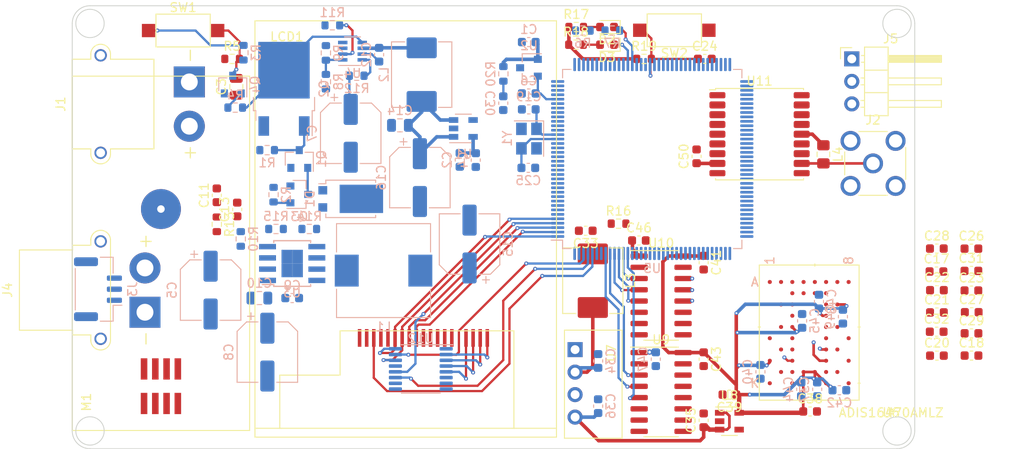
<source format=kicad_pcb>
(kicad_pcb (version 20171130) (host pcbnew "(5.1.10)-1")
  (title_block (title MM32_Board) (date 2021-11-30) (rev 1.0.1))
  (layers (0 F.Cu signal) (1 In1.Cu signal) (2 In2.Cu signal) (31 B.Cu signal) (34 B.Paste user) (35 F.Paste user) (36 B.SilkS user) (37 F.SilkS user) (38 B.Mask user) (39 F.Mask user) (44 Edge.Cuts user))
  (net 0 "")
  (net 1 EP)
  (net 2 +3V3)
  (net 3 "Net-(C3-Pad1)")
  (net 4 +15V)
  (net 5 +3V0)
  (net 6 "Net-(C9-Pad2)")
  (net 7 "Net-(C9-Pad1)")
  (net 8 "Net-(C11-Pad1)")
  (net 9 "Net-(C12-Pad2)")
  (net 10 "Net-(C12-Pad1)")
  (net 11 "Net-(C13-Pad1)")
  (net 12 +5V)
  (net 13 +7.5V)
  (net 14 /MCU/XTAL_OUT)
  (net 15 /MCU/KEY)
  (net 16 /MCU/XTAL_IN)
  (net 17 /MCU/RST)
  (net 18 "Net-(C34-Pad1)")
  (net 19 GNDA)
  (net 20 +5VA)
  (net 21 +3.3VA)
  (net 22 "Net-(D2-Pad2)")
  (net 23 /MCU/LED2)
  (net 24 "Net-(D3-Pad2)")
  (net 25 /MCU/LED1)
  (net 26 VDD)
  (net 27 "Net-(J2-Pad1)")
  (net 28 /Connector/MOTOR_RX)
  (net 29 /Connector/MOTOR_TX)
  (net 30 "Net-(L4-Pad1)")
  (net 31 /Connector/T_XP)
  (net 32 /Connector/T_YP)
  (net 33 /Connector/T_XM)
  (net 34 /Connector/T_YM)
  (net 35 "Net-(LCD1-Pad14)")
  (net 36 /Connector/LCD_CS)
  (net 37 /Connector/LCD_CLK)
  (net 38 /Connector/LCD_MOSI)
  (net 39 /Connector/LCD_A0)
  (net 40 /Connector/LCD_RST)
  (net 41 "Net-(LCD1-Pad1)")
  (net 42 "Net-(M1-Pad9)")
  (net 43 /Connector/DEBUG_RX)
  (net 44 /Connector/SWDCLK)
  (net 45 /Connector/DEBUG_TX)
  (net 46 /Connector/SWDIO)
  (net 47 "Net-(Q1-Pad3)")
  (net 48 "Net-(Q1-Pad1)")
  (net 49 /MCU/PF13)
  (net 50 "Net-(Q4-Pad3)")
  (net 51 /MCU/ADC23_IN14)
  (net 52 "Net-(R8-Pad2)")
  (net 53 "Net-(R10-Pad1)")
  (net 54 "Net-(R11-Pad1)")
  (net 55 "Net-(R12-Pad2)")
  (net 56 "Net-(R14-Pad2)")
  (net 57 "Net-(R16-Pad2)")
  (net 58 "Net-(U1-Pad4)")
  (net 59 "Net-(U3-Pad3)")
  (net 60 /IMU/IMU_RST)
  (net 61 "Net-(U5-Pad139)")
  (net 62 /Connector/LCD_MISO)
  (net 63 "Net-(U5-Pad129)")
  (net 64 "Net-(U5-Pad128)")
  (net 65 "Net-(U5-Pad127)")
  (net 66 "Net-(U5-Pad126)")
  (net 67 "Net-(U5-Pad125)")
  (net 68 "Net-(U5-Pad124)")
  (net 69 "Net-(U5-Pad123)")
  (net 70 "Net-(U5-Pad122)")
  (net 71 "Net-(U5-Pad119)")
  (net 72 "Net-(U5-Pad118)")
  (net 73 "Net-(U5-Pad117)")
  (net 74 "Net-(U5-Pad116)")
  (net 75 "Net-(U5-Pad115)")
  (net 76 "Net-(U5-Pad114)")
  (net 77 "Net-(U5-Pad113)")
  (net 78 "Net-(U5-Pad112)")
  (net 79 "Net-(U5-Pad111)")
  (net 80 "Net-(U5-Pad110)")
  (net 81 "Net-(U5-Pad106)")
  (net 82 "Net-(U5-Pad104)")
  (net 83 "Net-(U5-Pad103)")
  (net 84 "Net-(U5-Pad100)")
  (net 85 "Net-(U5-Pad99)")
  (net 86 "Net-(U5-Pad98)")
  (net 87 "Net-(U5-Pad97)")
  (net 88 "Net-(U5-Pad96)")
  (net 89 "Net-(U5-Pad92)")
  (net 90 "Net-(U5-Pad86)")
  (net 91 "Net-(U5-Pad85)")
  (net 92 "Net-(U5-Pad82)")
  (net 93 "Net-(U5-Pad81)")
  (net 94 "Net-(U5-Pad80)")
  (net 95 "Net-(U5-Pad79)")
  (net 96 "Net-(U5-Pad76)")
  (net 97 "Net-(U5-Pad75)")
  (net 98 "Net-(U5-Pad74)")
  (net 99 "Net-(U5-Pad73)")
  (net 100 "Net-(U5-Pad70)")
  (net 101 "Net-(U5-Pad69)")
  (net 102 "Net-(U5-Pad68)")
  (net 103 "Net-(U5-Pad67)")
  (net 104 "Net-(U5-Pad66)")
  (net 105 "Net-(U5-Pad65)")
  (net 106 "Net-(U5-Pad64)")
  (net 107 "Net-(U5-Pad63)")
  (net 108 "Net-(U5-Pad59)")
  (net 109 "Net-(U5-Pad58)")
  (net 110 "Net-(U5-Pad57)")
  (net 111 "Net-(U5-Pad56)")
  (net 112 "Net-(U5-Pad55)")
  (net 113 "Net-(U5-Pad48)")
  (net 114 /Connector/GPS_TX)
  (net 115 /Connector/GPS_RX)
  (net 116 "Net-(U5-Pad45)")
  (net 117 "Net-(U5-Pad43)")
  (net 118 "Net-(U5-Pad42)")
  (net 119 "Net-(U5-Pad41)")
  (net 120 "Net-(U5-Pad40)")
  (net 121 "Net-(U5-Pad37)")
  (net 122 "Net-(U5-Pad36)")
  (net 123 "Net-(U5-Pad35)")
  (net 124 "Net-(U5-Pad34)")
  (net 125 "Net-(U5-Pad29)")
  (net 126 "Net-(U5-Pad28)")
  (net 127 "Net-(U5-Pad27)")
  (net 128 "Net-(U5-Pad26)")
  (net 129 "Net-(U5-Pad22)")
  (net 130 "Net-(U5-Pad21)")
  (net 131 "Net-(U5-Pad20)")
  (net 132 "Net-(U5-Pad19)")
  (net 133 "Net-(U5-Pad18)")
  (net 134 "Net-(U5-Pad15)")
  (net 135 "Net-(U5-Pad14)")
  (net 136 "Net-(U5-Pad13)")
  (net 137 "Net-(U5-Pad12)")
  (net 138 "Net-(U5-Pad11)")
  (net 139 "Net-(U5-Pad10)")
  (net 140 "Net-(U5-Pad9)")
  (net 141 "Net-(U5-Pad8)")
  (net 142 "Net-(U5-Pad7)")
  (net 143 /IMU/IMU_MOSI)
  (net 144 /IMU/IMU_MISO)
  (net 145 /IMU/IMU_DR)
  (net 146 /IMU/IMU_CS)
  (net 147 /IMU/IMU_CLK)
  (net 148 "Net-(U6-PadC3)")
  (net 149 /IMU/RST)
  (net 150 /IMU/CS)
  (net 151 /IMU/DIN)
  (net 152 /IMU/DOUT)
  (net 153 /IMU/SCLK)
  (net 154 "Net-(U6-PadJ3)")
  (net 155 /IMU/DR)
  (net 156 "Net-(U8-Pad4)")
  (net 157 "Net-(U9-Pad11)")
  (net 158 "Net-(U9-Pad10)")
  (net 159 "Net-(U9-Pad7)")
  (net 160 "Net-(U9-Pad6)")
  (net 161 "Net-(U10-Pad11)")
  (net 162 "Net-(U10-Pad10)")
  (net 163 "Net-(U10-Pad7)")
  (net 164 "Net-(U10-Pad6)")
  (net 165 "Net-(U11-Pad18)")
  (net 166 "Net-(U11-Pad17)")
  (net 167 "Net-(U11-Pad16)")
  (net 168 "Net-(U11-Pad15)")
  (net 169 "Net-(U11-Pad13)")
  (net 170 "Net-(U11-Pad9)")
  (net 171 "Net-(U11-Pad7)")
  (net 172 "Net-(U11-Pad5)")
  (net 173 "Net-(U11-Pad4)")
  (net 174 "Net-(U12-Pad13)")
  (net 175 "Net-(U12-Pad9)")
  (net 176 "Net-(U12-Pad8)")
  (net 177 "Net-(U12-Pad7)")
  (net 178 /Connector/Servo_PWM)
  (net 179 "Net-(U5-Pad91)")
  (net 180 "Net-(U5-Pad90)")
  (net 181 "Net-(U5-Pad89)")
  (net 182 "Net-(U5-Pad88)")
  (net 183 "Net-(U5-Pad87)")
  (net 184 "Net-(U5-Pad93)")
  (net 185 /MCU/PE1)
  (net 186 /MCU/PE0)
  (module Connector_PinHeader_2.54mm:PinHeader_1x03_P2.54mm_Horizontal (layer F.Cu) (at 192.9 76)
    (fp_text reference J5 (at 4.385 -2.27) (layer F.SilkS))
    (fp_text value Conn_01x03)
    (pad 3 thru_hole oval (at 0 5.08) (size 1.7 1.7) (drill 1) (layers *.Cu *.Mask) (net 1 EP))
    (pad 2 thru_hole oval (at 0 2.54) (size 1.7 1.7) (drill 1) (layers *.Cu *.Mask) (net 13 +7.5V))
    (pad 1 thru_hole rect (at 0 0) (size 1.7 1.7) (drill 1) (layers *.Cu *.Mask) (net 178 /Connector/Servo_PWM))
  )
  (module Crystal:Crystal_SMD_3225-4Pin_3.2x2.5mm (layer B.Cu) (at 156.5 85 270)
    (fp_text reference Y1 (at 0 2.45 90) (layer B.SilkS) (effects (justify mirror)))
    (fp_text value 8MHz)
    (pad 4 smd rect (at -1.1 0.85 270) (size 1.4 1.2) (layers B.Cu B.Paste B.Mask) (net 1 EP))
    (pad 3 smd rect (at 1.1 0.85 270) (size 1.4 1.2) (layers B.Cu B.Paste B.Mask) (net 16 /MCU/XTAL_IN))
    (pad 2 smd rect (at 1.1 -0.85 270) (size 1.4 1.2) (layers B.Cu B.Paste B.Mask) (net 1 EP))
    (pad 1 smd rect (at -1.1 -0.85 270) (size 1.4 1.2) (layers B.Cu B.Paste B.Mask) (net 14 /MCU/XTAL_OUT))
  )
  (module Package_SO:TSSOP-16_4.4x5mm_P0.65mm (layer B.Cu) (at 144.3 111 180)
    (fp_text reference U12 (at 0 3.45) (layer B.SilkS) (effects (justify mirror)))
    (fp_text value XPT2046TS)
    (pad 16 smd roundrect (at 2.8625 2.275 180) (size 1.475 0.4) (layers B.Cu B.Paste B.Mask) (net 37 /Connector/LCD_CLK))
    (pad 15 smd roundrect (at 2.8625 1.625 180) (size 1.475 0.4) (layers B.Cu B.Paste B.Mask) (net 185 /MCU/PE1))
    (pad 14 smd roundrect (at 2.8625 0.975 180) (size 1.475 0.4) (layers B.Cu B.Paste B.Mask) (net 38 /Connector/LCD_MOSI))
    (pad 13 smd roundrect (at 2.8625 0.325 180) (size 1.475 0.4) (layers B.Cu B.Paste B.Mask) (net 174 "Net-(U12-Pad13)"))
    (pad 12 smd roundrect (at 2.8625 -0.325 180) (size 1.475 0.4) (layers B.Cu B.Paste B.Mask) (net 62 /Connector/LCD_MISO))
    (pad 11 smd roundrect (at 2.8625 -0.975 180) (size 1.475 0.4) (layers B.Cu B.Paste B.Mask) (net 186 /MCU/PE0))
    (pad 10 smd roundrect (at 2.8625 -1.625 180) (size 1.475 0.4) (layers B.Cu B.Paste B.Mask) (net 2 +3V3))
    (pad 9 smd roundrect (at 2.8625 -2.275 180) (size 1.475 0.4) (layers B.Cu B.Paste B.Mask) (net 175 "Net-(U12-Pad9)"))
    (pad 8 smd roundrect (at -2.8625 -2.275 180) (size 1.475 0.4) (layers B.Cu B.Paste B.Mask) (net 176 "Net-(U12-Pad8)"))
    (pad 7 smd roundrect (at -2.8625 -1.625 180) (size 1.475 0.4) (layers B.Cu B.Paste B.Mask) (net 177 "Net-(U12-Pad7)"))
    (pad 6 smd roundrect (at -2.8625 -0.975 180) (size 1.475 0.4) (layers B.Cu B.Paste B.Mask) (net 1 EP))
    (pad 5 smd roundrect (at -2.8625 -0.325 180) (size 1.475 0.4) (layers B.Cu B.Paste B.Mask) (net 34 /Connector/T_YM))
    (pad 4 smd roundrect (at -2.8625 0.325 180) (size 1.475 0.4) (layers B.Cu B.Paste B.Mask) (net 33 /Connector/T_XM))
    (pad 3 smd roundrect (at -2.8625 0.975 180) (size 1.475 0.4) (layers B.Cu B.Paste B.Mask) (net 32 /Connector/T_YP))
    (pad 2 smd roundrect (at -2.8625 1.625 180) (size 1.475 0.4) (layers B.Cu B.Paste B.Mask) (net 31 /Connector/T_XP))
    (pad 1 smd roundrect (at -2.8625 2.275 180) (size 1.475 0.4) (layers B.Cu B.Paste B.Mask) (net 2 +3V3))
  )
  (module RF_GPS:ublox_MAX (layer F.Cu) (at 182.5 84.5)
    (fp_text reference U11 (at 0 -6) (layer F.SilkS))
    (fp_text value ATGM336H)
    (pad 18 smd roundrect (at 4.75 -4.4) (size 1.8 0.7) (layers F.Cu F.Paste F.Mask) (net 165 "Net-(U11-Pad18)"))
    (pad 17 smd roundrect (at 4.75 -3.3) (size 1.8 0.8) (layers F.Cu F.Paste F.Mask) (net 166 "Net-(U11-Pad17)"))
    (pad 16 smd roundrect (at 4.75 -2.2) (size 1.8 0.8) (layers F.Cu F.Paste F.Mask) (net 167 "Net-(U11-Pad16)"))
    (pad 15 smd roundrect (at 4.75 -1.1) (size 1.8 0.8) (layers F.Cu F.Paste F.Mask) (net 168 "Net-(U11-Pad15)"))
    (pad 14 smd roundrect (at 4.75 0) (size 1.8 0.8) (layers F.Cu F.Paste F.Mask) (net 30 "Net-(L4-Pad1)"))
    (pad 13 smd roundrect (at 4.75 1.1) (size 1.8 0.8) (layers F.Cu F.Paste F.Mask) (net 169 "Net-(U11-Pad13)"))
    (pad 12 smd roundrect (at 4.75 2.2) (size 1.8 0.8) (layers F.Cu F.Paste F.Mask) (net 1 EP))
    (pad 11 smd roundrect (at 4.75 3.3) (size 1.8 0.8) (layers F.Cu F.Paste F.Mask) (net 27 "Net-(J2-Pad1)"))
    (pad 10 smd roundrect (at 4.75 4.4) (size 1.8 0.7) (layers F.Cu F.Paste F.Mask) (net 1 EP))
    (pad 9 smd roundrect (at -4.75 4.4) (size 1.8 0.7) (layers F.Cu F.Paste F.Mask) (net 170 "Net-(U11-Pad9)"))
    (pad 8 smd roundrect (at -4.75 3.3) (size 1.8 0.8) (layers F.Cu F.Paste F.Mask) (net 2 +3V3))
    (pad 7 smd roundrect (at -4.75 2.2) (size 1.8 0.8) (layers F.Cu F.Paste F.Mask) (net 171 "Net-(U11-Pad7)"))
    (pad 6 smd roundrect (at -4.75 1.1) (size 1.8 0.8) (layers F.Cu F.Paste F.Mask) (net 2 +3V3))
    (pad 5 smd roundrect (at -4.75 0) (size 1.8 0.8) (layers F.Cu F.Paste F.Mask) (net 172 "Net-(U11-Pad5)"))
    (pad 4 smd roundrect (at -4.75 -1.1) (size 1.8 0.8) (layers F.Cu F.Paste F.Mask) (net 173 "Net-(U11-Pad4)"))
    (pad 3 smd roundrect (at -4.75 -2.2) (size 1.8 0.8) (layers F.Cu F.Paste F.Mask) (net 115 /Connector/GPS_RX))
    (pad 2 smd roundrect (at -4.75 -3.3) (size 1.8 0.8) (layers F.Cu F.Paste F.Mask) (net 114 /Connector/GPS_TX))
    (pad 1 smd roundrect (at -4.75 -4.4) (size 1.8 0.7) (layers F.Cu F.Paste F.Mask) (net 1 EP))
  )
  (module Package_SO:SOIC-16_3.9x9.9mm_P1.27mm (layer F.Cu) (at 171.4 102.7)
    (fp_text reference U10 (at 0 -5.9) (layer F.SilkS))
    (fp_text value π131M31)
    (pad 16 smd roundrect (at 2.475 -4.445) (size 1.95 0.6) (layers F.Cu F.Paste F.Mask) (net 21 +3.3VA))
    (pad 15 smd roundrect (at 2.475 -3.175) (size 1.95 0.6) (layers F.Cu F.Paste F.Mask) (net 19 GNDA))
    (pad 14 smd roundrect (at 2.475 -1.905) (size 1.95 0.6) (layers F.Cu F.Paste F.Mask) (net 153 /IMU/SCLK))
    (pad 13 smd roundrect (at 2.475 -0.635) (size 1.95 0.6) (layers F.Cu F.Paste F.Mask) (net 151 /IMU/DIN))
    (pad 12 smd roundrect (at 2.475 0.635) (size 1.95 0.6) (layers F.Cu F.Paste F.Mask) (net 152 /IMU/DOUT))
    (pad 11 smd roundrect (at 2.475 1.905) (size 1.95 0.6) (layers F.Cu F.Paste F.Mask) (net 161 "Net-(U10-Pad11)"))
    (pad 10 smd roundrect (at 2.475 3.175) (size 1.95 0.6) (layers F.Cu F.Paste F.Mask) (net 162 "Net-(U10-Pad10)"))
    (pad 9 smd roundrect (at 2.475 4.445) (size 1.95 0.6) (layers F.Cu F.Paste F.Mask) (net 19 GNDA))
    (pad 8 smd roundrect (at -2.475 4.445) (size 1.95 0.6) (layers F.Cu F.Paste F.Mask) (net 1 EP))
    (pad 7 smd roundrect (at -2.475 3.175) (size 1.95 0.6) (layers F.Cu F.Paste F.Mask) (net 163 "Net-(U10-Pad7)"))
    (pad 6 smd roundrect (at -2.475 1.905) (size 1.95 0.6) (layers F.Cu F.Paste F.Mask) (net 164 "Net-(U10-Pad6)"))
    (pad 5 smd roundrect (at -2.475 0.635) (size 1.95 0.6) (layers F.Cu F.Paste F.Mask) (net 144 /IMU/IMU_MISO))
    (pad 4 smd roundrect (at -2.475 -0.635) (size 1.95 0.6) (layers F.Cu F.Paste F.Mask) (net 143 /IMU/IMU_MOSI))
    (pad 3 smd roundrect (at -2.475 -1.905) (size 1.95 0.6) (layers F.Cu F.Paste F.Mask) (net 147 /IMU/IMU_CLK))
    (pad 2 smd roundrect (at -2.475 -3.175) (size 1.95 0.6) (layers F.Cu F.Paste F.Mask) (net 1 EP))
    (pad 1 smd roundrect (at -2.475 -4.445) (size 1.95 0.6) (layers F.Cu F.Paste F.Mask) (net 2 +3V3))
  )
  (module Package_SO:SOIC-16_3.9x9.9mm_P1.27mm (layer F.Cu) (at 171.4 113.6)
    (fp_text reference U9 (at 0 -5.9) (layer F.SilkS))
    (fp_text value π131M31)
    (pad 16 smd roundrect (at 2.475 -4.445) (size 1.95 0.6) (layers F.Cu F.Paste F.Mask) (net 21 +3.3VA))
    (pad 15 smd roundrect (at 2.475 -3.175) (size 1.95 0.6) (layers F.Cu F.Paste F.Mask) (net 19 GNDA))
    (pad 14 smd roundrect (at 2.475 -1.905) (size 1.95 0.6) (layers F.Cu F.Paste F.Mask) (net 150 /IMU/CS))
    (pad 13 smd roundrect (at 2.475 -0.635) (size 1.95 0.6) (layers F.Cu F.Paste F.Mask) (net 149 /IMU/RST))
    (pad 12 smd roundrect (at 2.475 0.635) (size 1.95 0.6) (layers F.Cu F.Paste F.Mask) (net 155 /IMU/DR))
    (pad 11 smd roundrect (at 2.475 1.905) (size 1.95 0.6) (layers F.Cu F.Paste F.Mask) (net 157 "Net-(U9-Pad11)"))
    (pad 10 smd roundrect (at 2.475 3.175) (size 1.95 0.6) (layers F.Cu F.Paste F.Mask) (net 158 "Net-(U9-Pad10)"))
    (pad 9 smd roundrect (at 2.475 4.445) (size 1.95 0.6) (layers F.Cu F.Paste F.Mask) (net 19 GNDA))
    (pad 8 smd roundrect (at -2.475 4.445) (size 1.95 0.6) (layers F.Cu F.Paste F.Mask) (net 1 EP))
    (pad 7 smd roundrect (at -2.475 3.175) (size 1.95 0.6) (layers F.Cu F.Paste F.Mask) (net 159 "Net-(U9-Pad7)"))
    (pad 6 smd roundrect (at -2.475 1.905) (size 1.95 0.6) (layers F.Cu F.Paste F.Mask) (net 160 "Net-(U9-Pad6)"))
    (pad 5 smd roundrect (at -2.475 0.635) (size 1.95 0.6) (layers F.Cu F.Paste F.Mask) (net 145 /IMU/IMU_DR))
    (pad 4 smd roundrect (at -2.475 -0.635) (size 1.95 0.6) (layers F.Cu F.Paste F.Mask) (net 60 /IMU/IMU_RST))
    (pad 3 smd roundrect (at -2.475 -1.905) (size 1.95 0.6) (layers F.Cu F.Paste F.Mask) (net 146 /IMU/IMU_CS))
    (pad 2 smd roundrect (at -2.475 -3.175) (size 1.95 0.6) (layers F.Cu F.Paste F.Mask) (net 1 EP))
    (pad 1 smd roundrect (at -2.475 -4.445) (size 1.95 0.6) (layers F.Cu F.Paste F.Mask) (net 2 +3V3))
  )
  (module Package_TO_SOT_SMD:SOT-23-5 (layer F.Cu) (at 179.1 116.9)
    (fp_text reference U8 (at 0 -2.9) (layer F.SilkS))
    (fp_text value HX9193)
    (pad 5 smd rect (at 1.1 -0.95) (size 1.06 0.65) (layers F.Cu F.Paste F.Mask) (net 21 +3.3VA))
    (pad 4 smd rect (at 1.1 0.95) (size 1.06 0.65) (layers F.Cu F.Paste F.Mask) (net 156 "Net-(U8-Pad4)"))
    (pad 3 smd rect (at -1.1 0.95) (size 1.06 0.65) (layers F.Cu F.Paste F.Mask) (net 20 +5VA))
    (pad 2 smd rect (at -1.1 0) (size 1.06 0.65) (layers F.Cu F.Paste F.Mask) (net 19 GNDA))
    (pad 1 smd rect (at -1.1 -0.95) (size 1.06 0.65) (layers F.Cu F.Paste F.Mask) (net 20 +5VA))
  )
  (module Package_SIP:SIP-4_B0505S_1WR3 (layer F.Cu) (at 161.7 108.82 270)
    (fp_text reference U7 (at 0.4 -4.1 90) (layer F.SilkS))
    (fp_text value B0505S-1WR3)
    (pad 1 thru_hole rect (at 0 0) (size 1.7 1.7) (drill 1) (layers *.Cu *.Mask) (net 1 EP))
    (pad 2 thru_hole oval (at 2.54 0) (size 1.7 1.7) (drill 1) (layers *.Cu *.Mask) (net 18 "Net-(C34-Pad1)"))
    (pad 3 thru_hole oval (at 5.08 0) (size 1.7 1.7) (drill 1) (layers *.Cu *.Mask) (net 19 GNDA))
    (pad 4 thru_hole oval (at 7.62 0) (size 1.7 1.7) (drill 1) (layers *.Cu *.Mask) (net 20 +5VA))
  )
  (module Sensor_Motion:ADIS16470AMLZ (layer F.Cu) (at 188.1 106.9)
    (fp_text reference U6 (at 9.2456 9.0424) (layer F.SilkS))
    (fp_text value ADIS16470AMLZ (at 9.2456 9.0424) (layer F.SilkS))
    (fp_text user * (at 9.2456 9.0424) (layer F.SilkS))
    (fp_text user A (at -6.135 -5.715) (layer F.SilkS))
    (fp_text user A (at -6.135 -5.715) (layer B.SilkS))
    (fp_text user K (at -6.135 5.715) (layer F.SilkS))
    (fp_text user K (at -6.135 5.715) (layer B.SilkS))
    (fp_text user 1 (at -4.445 -8.135 90) (layer F.SilkS))
    (fp_text user 1 (at -4.445 -8.135 90) (layer B.SilkS))
    (fp_text user 8 (at 4.445 -8.135 90) (layer F.SilkS))
    (fp_text user 8 (at 4.445 -8.135 90) (layer B.SilkS))
    (pad A1 smd circle (at -4.445 -5.715) (size 0.4572 0.4572) (layers F.Cu F.Paste F.Mask) (net 19 GNDA))
    (pad A2 smd circle (at -3.175 -5.715) (size 0.4572 0.4572) (layers F.Cu F.Paste F.Mask) (net 19 GNDA))
    (pad A3 smd circle (at -1.905 -5.715) (size 0.4572 0.4572) (layers F.Cu F.Paste F.Mask) (net 19 GNDA))
    (pad A4 smd circle (at -0.635 -5.715) (size 0.4572 0.4572) (layers F.Cu F.Paste F.Mask) (net 19 GNDA))
    (pad A5 smd circle (at 0.635 -5.715) (size 0.4572 0.4572) (layers F.Cu F.Paste F.Mask) (net 19 GNDA))
    (pad A6 smd circle (at 1.905 -5.715) (size 0.4572 0.4572) (layers F.Cu F.Paste F.Mask) (net 19 GNDA))
    (pad A7 smd circle (at 3.175 -5.715) (size 0.4572 0.4572) (layers F.Cu F.Paste F.Mask) (net 19 GNDA))
    (pad A8 smd circle (at 4.445 -5.715) (size 0.4572 0.4572) (layers F.Cu F.Paste F.Mask) (net 19 GNDA))
    (pad B3 smd circle (at -1.905 -4.445) (size 0.4572 0.4572) (layers F.Cu F.Paste F.Mask) (net 19 GNDA))
    (pad B4 smd circle (at -0.635 -4.445) (size 0.4572 0.4572) (layers F.Cu F.Paste F.Mask) (net 19 GNDA))
    (pad B5 smd circle (at 0.635 -4.445) (size 0.4572 0.4572) (layers F.Cu F.Paste F.Mask) (net 19 GNDA))
    (pad B6 smd circle (at 1.905 -4.445) (size 0.4572 0.4572) (layers F.Cu F.Paste F.Mask) (net 19 GNDA))
    (pad C2 smd circle (at -3.175 -3.175) (size 0.4572 0.4572) (layers F.Cu F.Paste F.Mask) (net 19 GNDA))
    (pad C3 smd circle (at -1.905 -3.175) (size 0.4572 0.4572) (layers F.Cu F.Paste F.Mask) (net 148 "Net-(U6-PadC3)"))
    (pad C6 smd circle (at 1.905 -3.175) (size 0.4572 0.4572) (layers F.Cu F.Paste F.Mask) (net 19 GNDA))
    (pad C7 smd circle (at 3.175 -3.175) (size 0.4572 0.4572) (layers F.Cu F.Paste F.Mask) (net 21 +3.3VA))
    (pad D3 smd circle (at -1.905 -1.905) (size 0.4572 0.4572) (layers F.Cu F.Paste F.Mask) (net 19 GNDA))
    (pad D6 smd circle (at 1.905 -1.905) (size 0.4572 0.4572) (layers F.Cu F.Paste F.Mask) (net 21 +3.3VA))
    (pad E2 smd circle (at -3.175 -0.635) (size 0.4572 0.4572) (layers F.Cu F.Paste F.Mask) (net 19 GNDA))
    (pad E3 smd circle (at -1.905 -0.635) (size 0.4572 0.4572) (layers F.Cu F.Paste F.Mask) (net 21 +3.3VA))
    (pad E6 smd circle (at 1.905 -0.635) (size 0.4572 0.4572) (layers F.Cu F.Paste F.Mask) (net 19 GNDA))
    (pad E7 smd circle (at 3.175 -0.635) (size 0.4572 0.4572) (layers F.Cu F.Paste F.Mask) (net 19 GNDA))
    (pad F1 smd circle (at -4.445 0.635) (size 0.4572 0.4572) (layers F.Cu F.Paste F.Mask) (net 19 GNDA))
    (pad F3 smd circle (at -1.905 0.635) (size 0.4572 0.4572) (layers F.Cu F.Paste F.Mask) (net 149 /IMU/RST))
    (pad F6 smd circle (at 1.905 0.635) (size 0.4572 0.4572) (layers F.Cu F.Paste F.Mask) (net 19 GNDA))
    (pad F8 smd circle (at 4.445 0.635) (size 0.4572 0.4572) (layers F.Cu F.Paste F.Mask) (net 19 GNDA))
    (pad G2 smd circle (at -3.175 1.905) (size 0.4572 0.4572) (layers F.Cu F.Paste F.Mask) (net 19 GNDA))
    (pad G3 smd circle (at -1.905 1.905) (size 0.4572 0.4572) (layers F.Cu F.Paste F.Mask) (net 150 /IMU/CS))
    (pad G6 smd circle (at 1.905 1.905) (size 0.4572 0.4572) (layers F.Cu F.Paste F.Mask) (net 151 /IMU/DIN))
    (pad G7 smd circle (at 3.175 1.905) (size 0.4572 0.4572) (layers F.Cu F.Paste F.Mask) (net 19 GNDA))
    (pad H1 smd circle (at -4.445 3.175) (size 0.4572 0.4572) (layers F.Cu F.Paste F.Mask) (net 21 +3.3VA))
    (pad H3 smd circle (at -1.905 3.175) (size 0.4572 0.4572) (layers F.Cu F.Paste F.Mask) (net 152 /IMU/DOUT))
    (pad H6 smd circle (at 1.905 3.175) (size 0.4572 0.4572) (layers F.Cu F.Paste F.Mask) (net 153 /IMU/SCLK))
    (pad H8 smd circle (at 4.445 3.175) (size 0.4572 0.4572) (layers F.Cu F.Paste F.Mask) (net 19 GNDA))
    (pad J2 smd circle (at -3.175 4.445) (size 0.4572 0.4572) (layers F.Cu F.Paste F.Mask) (net 19 GNDA))
    (pad J3 smd circle (at -1.905 4.445) (size 0.4572 0.4572) (layers F.Cu F.Paste F.Mask) (net 154 "Net-(U6-PadJ3)"))
    (pad J4 smd circle (at -0.635 4.445) (size 0.4572 0.4572) (layers F.Cu F.Paste F.Mask) (net 21 +3.3VA))
    (pad J5 smd circle (at 0.635 4.445) (size 0.4572 0.4572) (layers F.Cu F.Paste F.Mask) (net 21 +3.3VA))
    (pad J6 smd circle (at 1.905 4.445) (size 0.4572 0.4572) (layers F.Cu F.Paste F.Mask) (net 155 /IMU/DR))
    (pad J7 smd circle (at 3.175 4.445) (size 0.4572 0.4572) (layers F.Cu F.Paste F.Mask) (net 19 GNDA))
    (pad K1 smd circle (at -4.445 5.715) (size 0.4572 0.4572) (layers F.Cu F.Paste F.Mask) (net 19 GNDA))
    (pad K3 smd circle (at -1.905 5.715) (size 0.4572 0.4572) (layers F.Cu F.Paste F.Mask) (net 19 GNDA))
    (pad K6 smd circle (at 1.905 5.715) (size 0.4572 0.4572) (layers F.Cu F.Paste F.Mask) (net 21 +3.3VA))
    (pad K8 smd circle (at 4.445 5.715) (size 0.4572 0.4572) (layers F.Cu F.Paste F.Mask) (net 19 GNDA))
  )
  (module Package_QFP:LQFP-144_20x20mm_P0.5mm (layer B.Cu) (at 170.4 87.3)
    (fp_text reference U5 (at 0 12.35 180) (layer B.SilkS) (effects (justify mirror)))
    (fp_text value MM32F3277G9P)
    (pad 144 smd roundrect (at -8.75 10.6625) (size 0.3 1.475) (layers B.Cu B.Paste B.Mask) (net 2 +3V3))
    (pad 143 smd roundrect (at -8.25 10.6625) (size 0.3 1.475) (layers B.Cu B.Paste B.Mask) (net 1 EP))
    (pad 142 smd roundrect (at -7.75 10.6625) (size 0.3 1.475) (layers B.Cu B.Paste B.Mask) (net 185 /MCU/PE1))
    (pad 141 smd roundrect (at -7.25 10.6625) (size 0.3 1.475) (layers B.Cu B.Paste B.Mask) (net 186 /MCU/PE0))
    (pad 140 smd roundrect (at -6.75 10.6625) (size 0.3 1.475) (layers B.Cu B.Paste B.Mask) (net 36 /Connector/LCD_CS))
    (pad 139 smd roundrect (at -6.25 10.6625) (size 0.3 1.475) (layers B.Cu B.Paste B.Mask) (net 61 "Net-(U5-Pad139)"))
    (pad 138 smd roundrect (at -5.75 10.6625) (size 0.3 1.475) (layers B.Cu B.Paste B.Mask) (net 57 "Net-(R16-Pad2)"))
    (pad 137 smd roundrect (at -5.25 10.6625) (size 0.3 1.475) (layers B.Cu B.Paste B.Mask) (net 60 /IMU/IMU_RST))
    (pad 136 smd roundrect (at -4.75 10.6625) (size 0.3 1.475) (layers B.Cu B.Paste B.Mask) (net 146 /IMU/IMU_CS))
    (pad 135 smd roundrect (at -4.25 10.6625) (size 0.3 1.475) (layers B.Cu B.Paste B.Mask) (net 143 /IMU/IMU_MOSI))
    (pad 134 smd roundrect (at -3.75 10.6625) (size 0.3 1.475) (layers B.Cu B.Paste B.Mask) (net 144 /IMU/IMU_MISO))
    (pad 133 smd roundrect (at -3.25 10.6625) (size 0.3 1.475) (layers B.Cu B.Paste B.Mask) (net 147 /IMU/IMU_CLK))
    (pad 132 smd roundrect (at -2.75 10.6625) (size 0.3 1.475) (layers B.Cu B.Paste B.Mask) (net 145 /IMU/IMU_DR))
    (pad 131 smd roundrect (at -2.25 10.6625) (size 0.3 1.475) (layers B.Cu B.Paste B.Mask) (net 2 +3V3))
    (pad 130 smd roundrect (at -1.75 10.6625) (size 0.3 1.475) (layers B.Cu B.Paste B.Mask) (net 1 EP))
    (pad 129 smd roundrect (at -1.25 10.6625) (size 0.3 1.475) (layers B.Cu B.Paste B.Mask) (net 63 "Net-(U5-Pad129)"))
    (pad 128 smd roundrect (at -0.75 10.6625) (size 0.3 1.475) (layers B.Cu B.Paste B.Mask) (net 64 "Net-(U5-Pad128)"))
    (pad 127 smd roundrect (at -0.25 10.6625) (size 0.3 1.475) (layers B.Cu B.Paste B.Mask) (net 65 "Net-(U5-Pad127)"))
    (pad 126 smd roundrect (at 0.25 10.6625) (size 0.3 1.475) (layers B.Cu B.Paste B.Mask) (net 66 "Net-(U5-Pad126)"))
    (pad 125 smd roundrect (at 0.75 10.6625) (size 0.3 1.475) (layers B.Cu B.Paste B.Mask) (net 67 "Net-(U5-Pad125)"))
    (pad 124 smd roundrect (at 1.25 10.6625) (size 0.3 1.475) (layers B.Cu B.Paste B.Mask) (net 68 "Net-(U5-Pad124)"))
    (pad 123 smd roundrect (at 1.75 10.6625) (size 0.3 1.475) (layers B.Cu B.Paste B.Mask) (net 69 "Net-(U5-Pad123)"))
    (pad 122 smd roundrect (at 2.25 10.6625) (size 0.3 1.475) (layers B.Cu B.Paste B.Mask) (net 70 "Net-(U5-Pad122)"))
    (pad 121 smd roundrect (at 2.75 10.6625) (size 0.3 1.475) (layers B.Cu B.Paste B.Mask) (net 2 +3V3))
    (pad 120 smd roundrect (at 3.25 10.6625) (size 0.3 1.475) (layers B.Cu B.Paste B.Mask) (net 1 EP))
    (pad 119 smd roundrect (at 3.75 10.6625) (size 0.3 1.475) (layers B.Cu B.Paste B.Mask) (net 71 "Net-(U5-Pad119)"))
    (pad 118 smd roundrect (at 4.25 10.6625) (size 0.3 1.475) (layers B.Cu B.Paste B.Mask) (net 72 "Net-(U5-Pad118)"))
    (pad 117 smd roundrect (at 4.75 10.6625) (size 0.3 1.475) (layers B.Cu B.Paste B.Mask) (net 73 "Net-(U5-Pad117)"))
    (pad 116 smd roundrect (at 5.25 10.6625) (size 0.3 1.475) (layers B.Cu B.Paste B.Mask) (net 74 "Net-(U5-Pad116)"))
    (pad 115 smd roundrect (at 5.75 10.6625) (size 0.3 1.475) (layers B.Cu B.Paste B.Mask) (net 75 "Net-(U5-Pad115)"))
    (pad 114 smd roundrect (at 6.25 10.6625) (size 0.3 1.475) (layers B.Cu B.Paste B.Mask) (net 76 "Net-(U5-Pad114)"))
    (pad 113 smd roundrect (at 6.75 10.6625) (size 0.3 1.475) (layers B.Cu B.Paste B.Mask) (net 77 "Net-(U5-Pad113)"))
    (pad 112 smd roundrect (at 7.25 10.6625) (size 0.3 1.475) (layers B.Cu B.Paste B.Mask) (net 78 "Net-(U5-Pad112)"))
    (pad 111 smd roundrect (at 7.75 10.6625) (size 0.3 1.475) (layers B.Cu B.Paste B.Mask) (net 79 "Net-(U5-Pad111)"))
    (pad 110 smd roundrect (at 8.25 10.6625) (size 0.3 1.475) (layers B.Cu B.Paste B.Mask) (net 80 "Net-(U5-Pad110)"))
    (pad 109 smd roundrect (at 8.75 10.6625) (size 0.3 1.475) (layers B.Cu B.Paste B.Mask) (net 44 /Connector/SWDCLK))
    (pad 108 smd roundrect (at 10.6625 8.75) (size 1.475 0.3) (layers B.Cu B.Paste B.Mask) (net 2 +3V3))
    (pad 107 smd roundrect (at 10.6625 8.25) (size 1.475 0.3) (layers B.Cu B.Paste B.Mask) (net 1 EP))
    (pad 106 smd roundrect (at 10.6625 7.75) (size 1.475 0.3) (layers B.Cu B.Paste B.Mask) (net 81 "Net-(U5-Pad106)"))
    (pad 105 smd roundrect (at 10.6625 7.25) (size 1.475 0.3) (layers B.Cu B.Paste B.Mask) (net 46 /Connector/SWDIO))
    (pad 104 smd roundrect (at 10.6625 6.75) (size 1.475 0.3) (layers B.Cu B.Paste B.Mask) (net 82 "Net-(U5-Pad104)"))
    (pad 103 smd roundrect (at 10.6625 6.25) (size 1.475 0.3) (layers B.Cu B.Paste B.Mask) (net 83 "Net-(U5-Pad103)"))
    (pad 102 smd roundrect (at 10.6625 5.75) (size 1.475 0.3) (layers B.Cu B.Paste B.Mask) (net 45 /Connector/DEBUG_TX))
    (pad 101 smd roundrect (at 10.6625 5.25) (size 1.475 0.3) (layers B.Cu B.Paste B.Mask) (net 43 /Connector/DEBUG_RX))
    (pad 100 smd roundrect (at 10.6625 4.75) (size 1.475 0.3) (layers B.Cu B.Paste B.Mask) (net 84 "Net-(U5-Pad100)"))
    (pad 99 smd roundrect (at 10.6625 4.25) (size 1.475 0.3) (layers B.Cu B.Paste B.Mask) (net 85 "Net-(U5-Pad99)"))
    (pad 98 smd roundrect (at 10.6625 3.75) (size 1.475 0.3) (layers B.Cu B.Paste B.Mask) (net 86 "Net-(U5-Pad98)"))
    (pad 97 smd roundrect (at 10.6625 3.25) (size 1.475 0.3) (layers B.Cu B.Paste B.Mask) (net 87 "Net-(U5-Pad97)"))
    (pad 96 smd roundrect (at 10.6625 2.75) (size 1.475 0.3) (layers B.Cu B.Paste B.Mask) (net 88 "Net-(U5-Pad96)"))
    (pad 95 smd roundrect (at 10.6625 2.25) (size 1.475 0.3) (layers B.Cu B.Paste B.Mask) (net 2 +3V3))
    (pad 94 smd roundrect (at 10.6625 1.75) (size 1.475 0.3) (layers B.Cu B.Paste B.Mask) (net 1 EP))
    (pad 93 smd roundrect (at 10.6625 1.25) (size 1.475 0.3) (layers B.Cu B.Paste B.Mask) (net 184 "Net-(U5-Pad93)"))
    (pad 92 smd roundrect (at 10.6625 0.75) (size 1.475 0.3) (layers B.Cu B.Paste B.Mask) (net 89 "Net-(U5-Pad92)"))
    (pad 91 smd roundrect (at 10.6625 0.25) (size 1.475 0.3) (layers B.Cu B.Paste B.Mask) (net 179 "Net-(U5-Pad91)"))
    (pad 90 smd roundrect (at 10.6625 -0.25) (size 1.475 0.3) (layers B.Cu B.Paste B.Mask) (net 180 "Net-(U5-Pad90)"))
    (pad 89 smd roundrect (at 10.6625 -0.75) (size 1.475 0.3) (layers B.Cu B.Paste B.Mask) (net 181 "Net-(U5-Pad89)"))
    (pad 88 smd roundrect (at 10.6625 -1.25) (size 1.475 0.3) (layers B.Cu B.Paste B.Mask) (net 182 "Net-(U5-Pad88)"))
    (pad 87 smd roundrect (at 10.6625 -1.75) (size 1.475 0.3) (layers B.Cu B.Paste B.Mask) (net 183 "Net-(U5-Pad87)"))
    (pad 86 smd roundrect (at 10.6625 -2.25) (size 1.475 0.3) (layers B.Cu B.Paste B.Mask) (net 90 "Net-(U5-Pad86)"))
    (pad 85 smd roundrect (at 10.6625 -2.75) (size 1.475 0.3) (layers B.Cu B.Paste B.Mask) (net 91 "Net-(U5-Pad85)"))
    (pad 84 smd roundrect (at 10.6625 -3.25) (size 1.475 0.3) (layers B.Cu B.Paste B.Mask) (net 2 +3V3))
    (pad 83 smd roundrect (at 10.6625 -3.75) (size 1.475 0.3) (layers B.Cu B.Paste B.Mask) (net 1 EP))
    (pad 82 smd roundrect (at 10.6625 -4.25) (size 1.475 0.3) (layers B.Cu B.Paste B.Mask) (net 92 "Net-(U5-Pad82)"))
    (pad 81 smd roundrect (at 10.6625 -4.75) (size 1.475 0.3) (layers B.Cu B.Paste B.Mask) (net 93 "Net-(U5-Pad81)"))
    (pad 80 smd roundrect (at 10.6625 -5.25) (size 1.475 0.3) (layers B.Cu B.Paste B.Mask) (net 94 "Net-(U5-Pad80)"))
    (pad 79 smd roundrect (at 10.6625 -5.75) (size 1.475 0.3) (layers B.Cu B.Paste B.Mask) (net 95 "Net-(U5-Pad79)"))
    (pad 78 smd roundrect (at 10.6625 -6.25) (size 1.475 0.3) (layers B.Cu B.Paste B.Mask) (net 29 /Connector/MOTOR_TX))
    (pad 77 smd roundrect (at 10.6625 -6.75) (size 1.475 0.3) (layers B.Cu B.Paste B.Mask) (net 28 /Connector/MOTOR_RX))
    (pad 76 smd roundrect (at 10.6625 -7.25) (size 1.475 0.3) (layers B.Cu B.Paste B.Mask) (net 96 "Net-(U5-Pad76)"))
    (pad 75 smd roundrect (at 10.6625 -7.75) (size 1.475 0.3) (layers B.Cu B.Paste B.Mask) (net 97 "Net-(U5-Pad75)"))
    (pad 74 smd roundrect (at 10.6625 -8.25) (size 1.475 0.3) (layers B.Cu B.Paste B.Mask) (net 98 "Net-(U5-Pad74)"))
    (pad 73 smd roundrect (at 10.6625 -8.75) (size 1.475 0.3) (layers B.Cu B.Paste B.Mask) (net 99 "Net-(U5-Pad73)"))
    (pad 72 smd roundrect (at 8.75 -10.6625) (size 0.3 1.475) (layers B.Cu B.Paste B.Mask) (net 2 +3V3))
    (pad 71 smd roundrect (at 8.25 -10.6625) (size 0.3 1.475) (layers B.Cu B.Paste B.Mask) (net 1 EP))
    (pad 70 smd roundrect (at 7.75 -10.6625) (size 0.3 1.475) (layers B.Cu B.Paste B.Mask) (net 100 "Net-(U5-Pad70)"))
    (pad 69 smd roundrect (at 7.25 -10.6625) (size 0.3 1.475) (layers B.Cu B.Paste B.Mask) (net 101 "Net-(U5-Pad69)"))
    (pad 68 smd roundrect (at 6.75 -10.6625) (size 0.3 1.475) (layers B.Cu B.Paste B.Mask) (net 102 "Net-(U5-Pad68)"))
    (pad 67 smd roundrect (at 6.25 -10.6625) (size 0.3 1.475) (layers B.Cu B.Paste B.Mask) (net 103 "Net-(U5-Pad67)"))
    (pad 66 smd roundrect (at 5.75 -10.6625) (size 0.3 1.475) (layers B.Cu B.Paste B.Mask) (net 104 "Net-(U5-Pad66)"))
    (pad 65 smd roundrect (at 5.25 -10.6625) (size 0.3 1.475) (layers B.Cu B.Paste B.Mask) (net 105 "Net-(U5-Pad65)"))
    (pad 64 smd roundrect (at 4.75 -10.6625) (size 0.3 1.475) (layers B.Cu B.Paste B.Mask) (net 106 "Net-(U5-Pad64)"))
    (pad 63 smd roundrect (at 4.25 -10.6625) (size 0.3 1.475) (layers B.Cu B.Paste B.Mask) (net 107 "Net-(U5-Pad63)"))
    (pad 62 smd roundrect (at 3.75 -10.6625) (size 0.3 1.475) (layers B.Cu B.Paste B.Mask) (net 2 +3V3))
    (pad 61 smd roundrect (at 3.25 -10.6625) (size 0.3 1.475) (layers B.Cu B.Paste B.Mask) (net 1 EP))
    (pad 60 smd roundrect (at 2.75 -10.6625) (size 0.3 1.475) (layers B.Cu B.Paste B.Mask) (net 178 /Connector/Servo_PWM))
    (pad 59 smd roundrect (at 2.25 -10.6625) (size 0.3 1.475) (layers B.Cu B.Paste B.Mask) (net 108 "Net-(U5-Pad59)"))
    (pad 58 smd roundrect (at 1.75 -10.6625) (size 0.3 1.475) (layers B.Cu B.Paste B.Mask) (net 109 "Net-(U5-Pad58)"))
    (pad 57 smd roundrect (at 1.25 -10.6625) (size 0.3 1.475) (layers B.Cu B.Paste B.Mask) (net 110 "Net-(U5-Pad57)"))
    (pad 56 smd roundrect (at 0.75 -10.6625) (size 0.3 1.475) (layers B.Cu B.Paste B.Mask) (net 111 "Net-(U5-Pad56)"))
    (pad 55 smd roundrect (at 0.25 -10.6625) (size 0.3 1.475) (layers B.Cu B.Paste B.Mask) (net 112 "Net-(U5-Pad55)"))
    (pad 54 smd roundrect (at -0.25 -10.6625) (size 0.3 1.475) (layers B.Cu B.Paste B.Mask) (net 15 /MCU/KEY))
    (pad 53 smd roundrect (at -0.75 -10.6625) (size 0.3 1.475) (layers B.Cu B.Paste B.Mask) (net 49 /MCU/PF13))
    (pad 52 smd roundrect (at -1.25 -10.6625) (size 0.3 1.475) (layers B.Cu B.Paste B.Mask) (net 2 +3V3))
    (pad 51 smd roundrect (at -1.75 -10.6625) (size 0.3 1.475) (layers B.Cu B.Paste B.Mask) (net 1 EP))
    (pad 50 smd roundrect (at -2.25 -10.6625) (size 0.3 1.475) (layers B.Cu B.Paste B.Mask) (net 23 /MCU/LED2))
    (pad 49 smd roundrect (at -2.75 -10.6625) (size 0.3 1.475) (layers B.Cu B.Paste B.Mask) (net 25 /MCU/LED1))
    (pad 48 smd roundrect (at -3.25 -10.6625) (size 0.3 1.475) (layers B.Cu B.Paste B.Mask) (net 113 "Net-(U5-Pad48)"))
    (pad 47 smd roundrect (at -3.75 -10.6625) (size 0.3 1.475) (layers B.Cu B.Paste B.Mask) (net 114 /Connector/GPS_TX))
    (pad 46 smd roundrect (at -4.25 -10.6625) (size 0.3 1.475) (layers B.Cu B.Paste B.Mask) (net 115 /Connector/GPS_RX))
    (pad 45 smd roundrect (at -4.75 -10.6625) (size 0.3 1.475) (layers B.Cu B.Paste B.Mask) (net 116 "Net-(U5-Pad45)"))
    (pad 44 smd roundrect (at -5.25 -10.6625) (size 0.3 1.475) (layers B.Cu B.Paste B.Mask) (net 51 /MCU/ADC23_IN14))
    (pad 43 smd roundrect (at -5.75 -10.6625) (size 0.3 1.475) (layers B.Cu B.Paste B.Mask) (net 117 "Net-(U5-Pad43)"))
    (pad 42 smd roundrect (at -6.25 -10.6625) (size 0.3 1.475) (layers B.Cu B.Paste B.Mask) (net 118 "Net-(U5-Pad42)"))
    (pad 41 smd roundrect (at -6.75 -10.6625) (size 0.3 1.475) (layers B.Cu B.Paste B.Mask) (net 119 "Net-(U5-Pad41)"))
    (pad 40 smd roundrect (at -7.25 -10.6625) (size 0.3 1.475) (layers B.Cu B.Paste B.Mask) (net 120 "Net-(U5-Pad40)"))
    (pad 39 smd roundrect (at -7.75 -10.6625) (size 0.3 1.475) (layers B.Cu B.Paste B.Mask) (net 2 +3V3))
    (pad 38 smd roundrect (at -8.25 -10.6625) (size 0.3 1.475) (layers B.Cu B.Paste B.Mask) (net 1 EP))
    (pad 37 smd roundrect (at -8.75 -10.6625) (size 0.3 1.475) (layers B.Cu B.Paste B.Mask) (net 121 "Net-(U5-Pad37)"))
    (pad 36 smd roundrect (at -10.6625 -8.75) (size 1.475 0.3) (layers B.Cu B.Paste B.Mask) (net 122 "Net-(U5-Pad36)"))
    (pad 35 smd roundrect (at -10.6625 -8.25) (size 1.475 0.3) (layers B.Cu B.Paste B.Mask) (net 123 "Net-(U5-Pad35)"))
    (pad 34 smd roundrect (at -10.6625 -7.75) (size 1.475 0.3) (layers B.Cu B.Paste B.Mask) (net 124 "Net-(U5-Pad34)"))
    (pad 33 smd roundrect (at -10.6625 -7.25) (size 1.475 0.3) (layers B.Cu B.Paste B.Mask) (net 2 +3V3))
    (pad 32 smd roundrect (at -10.6625 -6.75) (size 1.475 0.3) (layers B.Cu B.Paste B.Mask) (net 5 +3V0))
    (pad 31 smd roundrect (at -10.6625 -6.25) (size 1.475 0.3) (layers B.Cu B.Paste B.Mask) (net 1 EP))
    (pad 30 smd roundrect (at -10.6625 -5.75) (size 1.475 0.3) (layers B.Cu B.Paste B.Mask) (net 1 EP))
    (pad 29 smd roundrect (at -10.6625 -5.25) (size 1.475 0.3) (layers B.Cu B.Paste B.Mask) (net 125 "Net-(U5-Pad29)"))
    (pad 28 smd roundrect (at -10.6625 -4.75) (size 1.475 0.3) (layers B.Cu B.Paste B.Mask) (net 126 "Net-(U5-Pad28)"))
    (pad 27 smd roundrect (at -10.6625 -4.25) (size 1.475 0.3) (layers B.Cu B.Paste B.Mask) (net 127 "Net-(U5-Pad27)"))
    (pad 26 smd roundrect (at -10.6625 -3.75) (size 1.475 0.3) (layers B.Cu B.Paste B.Mask) (net 128 "Net-(U5-Pad26)"))
    (pad 25 smd roundrect (at -10.6625 -3.25) (size 1.475 0.3) (layers B.Cu B.Paste B.Mask) (net 17 /MCU/RST))
    (pad 24 smd roundrect (at -10.6625 -2.75) (size 1.475 0.3) (layers B.Cu B.Paste B.Mask) (net 14 /MCU/XTAL_OUT))
    (pad 23 smd roundrect (at -10.6625 -2.25) (size 1.475 0.3) (layers B.Cu B.Paste B.Mask) (net 16 /MCU/XTAL_IN))
    (pad 22 smd roundrect (at -10.6625 -1.75) (size 1.475 0.3) (layers B.Cu B.Paste B.Mask) (net 129 "Net-(U5-Pad22)"))
    (pad 21 smd roundrect (at -10.6625 -1.25) (size 1.475 0.3) (layers B.Cu B.Paste B.Mask) (net 130 "Net-(U5-Pad21)"))
    (pad 20 smd roundrect (at -10.6625 -0.75) (size 1.475 0.3) (layers B.Cu B.Paste B.Mask) (net 131 "Net-(U5-Pad20)"))
    (pad 19 smd roundrect (at -10.6625 -0.25) (size 1.475 0.3) (layers B.Cu B.Paste B.Mask) (net 132 "Net-(U5-Pad19)"))
    (pad 18 smd roundrect (at -10.6625 0.25) (size 1.475 0.3) (layers B.Cu B.Paste B.Mask) (net 133 "Net-(U5-Pad18)"))
    (pad 17 smd roundrect (at -10.6625 0.75) (size 1.475 0.3) (layers B.Cu B.Paste B.Mask) (net 2 +3V3))
    (pad 16 smd roundrect (at -10.6625 1.25) (size 1.475 0.3) (layers B.Cu B.Paste B.Mask) (net 1 EP))
    (pad 15 smd roundrect (at -10.6625 1.75) (size 1.475 0.3) (layers B.Cu B.Paste B.Mask) (net 134 "Net-(U5-Pad15)"))
    (pad 14 smd roundrect (at -10.6625 2.25) (size 1.475 0.3) (layers B.Cu B.Paste B.Mask) (net 135 "Net-(U5-Pad14)"))
    (pad 13 smd roundrect (at -10.6625 2.75) (size 1.475 0.3) (layers B.Cu B.Paste B.Mask) (net 136 "Net-(U5-Pad13)"))
    (pad 12 smd roundrect (at -10.6625 3.25) (size 1.475 0.3) (layers B.Cu B.Paste B.Mask) (net 137 "Net-(U5-Pad12)"))
    (pad 11 smd roundrect (at -10.6625 3.75) (size 1.475 0.3) (layers B.Cu B.Paste B.Mask) (net 138 "Net-(U5-Pad11)"))
    (pad 10 smd roundrect (at -10.6625 4.25) (size 1.475 0.3) (layers B.Cu B.Paste B.Mask) (net 139 "Net-(U5-Pad10)"))
    (pad 9 smd roundrect (at -10.6625 4.75) (size 1.475 0.3) (layers B.Cu B.Paste B.Mask) (net 140 "Net-(U5-Pad9)"))
    (pad 8 smd roundrect (at -10.6625 5.25) (size 1.475 0.3) (layers B.Cu B.Paste B.Mask) (net 141 "Net-(U5-Pad8)"))
    (pad 7 smd roundrect (at -10.6625 5.75) (size 1.475 0.3) (layers B.Cu B.Paste B.Mask) (net 142 "Net-(U5-Pad7)"))
    (pad 6 smd roundrect (at -10.6625 6.25) (size 1.475 0.3) (layers B.Cu B.Paste B.Mask) (net 2 +3V3))
    (pad 5 smd roundrect (at -10.6625 6.75) (size 1.475 0.3) (layers B.Cu B.Paste B.Mask) (net 38 /Connector/LCD_MOSI))
    (pad 4 smd roundrect (at -10.6625 7.25) (size 1.475 0.3) (layers B.Cu B.Paste B.Mask) (net 62 /Connector/LCD_MISO))
    (pad 3 smd roundrect (at -10.6625 7.75) (size 1.475 0.3) (layers B.Cu B.Paste B.Mask) (net 39 /Connector/LCD_A0))
    (pad 2 smd roundrect (at -10.6625 8.25) (size 1.475 0.3) (layers B.Cu B.Paste B.Mask) (net 40 /Connector/LCD_RST))
    (pad 1 smd roundrect (at -10.6625 8.75) (size 1.475 0.3) (layers B.Cu B.Paste B.Mask) (net 37 /Connector/LCD_CLK))
  )
  (module Package_TO_SOT_SMD:SOT-23-8 (layer B.Cu) (at 136.6 75.13)
    (fp_text reference U4 (at 0 2.5) (layer B.SilkS) (effects (justify mirror)))
    (fp_text value SY8303)
    (pad 8 smd rect (at 1.1 0.98) (size 1.06 0.4) (layers B.Cu B.Paste B.Mask) (net 55 "Net-(R12-Pad2)"))
    (pad 7 smd rect (at 1.1 0.33) (size 1.06 0.4) (layers B.Cu B.Paste B.Mask) (net 9 "Net-(C12-Pad2)"))
    (pad 6 smd rect (at 1.1 -0.33) (size 1.06 0.4) (layers B.Cu B.Paste B.Mask) (net 10 "Net-(C12-Pad1)"))
    (pad 5 smd rect (at 1.1 -0.98) (size 1.06 0.4) (layers B.Cu B.Paste B.Mask) (net 4 +15V))
    (pad 4 smd rect (at -1.1 -0.98) (size 1.06 0.4) (layers B.Cu B.Paste B.Mask) (net 1 EP))
    (pad 3 smd rect (at -1.1 -0.33) (size 1.06 0.4) (layers B.Cu B.Paste B.Mask) (net 1 EP))
    (pad 2 smd rect (at -1.1 0.33) (size 1.06 0.4) (layers B.Cu B.Paste B.Mask) (net 54 "Net-(R11-Pad1)"))
    (pad 1 smd rect (at -1.1 0.98) (size 1.06 0.4) (layers B.Cu B.Paste B.Mask) (net 52 "Net-(R8-Pad2)"))
  )
  (module Package_SO:TI_SO-PowerPAD-8 (layer B.Cu) (at 129.8 99.1)
    (fp_text reference U3 (at 0 3.3) (layer B.SilkS) (effects (justify mirror)))
    (fp_text value TPS54540)
    (pad 9 smd rect (at -0.6025 0.775) (size 1.205 1.55) (layers B.Cu B.Paste B.Mask) (net 1 EP))
    (pad 9 smd rect (at -0.6025 -0.775) (size 1.205 1.55) (layers B.Cu B.Paste B.Mask) (net 1 EP))
    (pad 9 smd rect (at 0.6025 0.775) (size 1.205 1.55) (layers B.Cu B.Paste B.Mask) (net 1 EP))
    (pad 9 smd rect (at 0.6025 -0.775) (size 1.205 1.55) (layers B.Cu B.Paste B.Mask) (net 1 EP))
    (pad 8 smd rect (at 2.78 1.905) (size 1.91 0.61) (layers B.Cu B.Paste B.Mask) (net 7 "Net-(C9-Pad1)"))
    (pad 7 smd rect (at 2.78 0.635) (size 1.91 0.61) (layers B.Cu B.Paste B.Mask) (net 1 EP))
    (pad 6 smd rect (at 2.78 -0.635) (size 1.91 0.61) (layers B.Cu B.Paste B.Mask) (net 8 "Net-(C11-Pad1)"))
    (pad 5 smd rect (at 2.78 -1.905) (size 1.91 0.61) (layers B.Cu B.Paste B.Mask) (net 56 "Net-(R14-Pad2)"))
    (pad 4 smd rect (at -2.78 -1.905) (size 1.91 0.61) (layers B.Cu B.Paste B.Mask) (net 53 "Net-(R10-Pad1)"))
    (pad 3 smd rect (at -2.78 -0.635) (size 1.91 0.61) (layers B.Cu B.Paste B.Mask) (net 59 "Net-(U3-Pad3)"))
    (pad 2 smd rect (at -2.78 0.635) (size 1.91 0.61) (layers B.Cu B.Paste B.Mask) (net 4 +15V))
    (pad 1 smd rect (at -2.78 1.905) (size 1.91 0.61) (layers B.Cu B.Paste B.Mask) (net 6 "Net-(C9-Pad2)"))
  )
  (module Package_TO_SOT_SMD:SOT-23 (layer B.Cu) (at 156.5 77 180)
    (fp_text reference U2 (at 0 2.5) (layer B.SilkS) (effects (justify mirror)))
    (fp_text value REF3030)
    (pad 3 smd rect (at 1 0 180) (size 0.9 0.8) (layers B.Cu B.Paste B.Mask) (net 1 EP))
    (pad 2 smd rect (at -1 -0.95 180) (size 0.9 0.8) (layers B.Cu B.Paste B.Mask) (net 5 +3V0))
    (pad 1 smd rect (at -1 0.95 180) (size 0.9 0.8) (layers B.Cu B.Paste B.Mask) (net 2 +3V3))
  )
  (module Package_TO_SOT_SMD:SOT-23-5 (layer B.Cu) (at 149.1 83.85)
    (fp_text reference U1 (at 0 2.9) (layer B.SilkS) (effects (justify mirror)))
    (fp_text value HX9193)
    (pad 5 smd rect (at 1.1 0.95) (size 1.06 0.65) (layers B.Cu B.Paste B.Mask) (net 2 +3V3))
    (pad 4 smd rect (at 1.1 -0.95) (size 1.06 0.65) (layers B.Cu B.Paste B.Mask) (net 58 "Net-(U1-Pad4)"))
    (pad 3 smd rect (at -1.1 -0.95) (size 1.06 0.65) (layers B.Cu B.Paste B.Mask) (net 12 +5V))
    (pad 2 smd rect (at -1.1 0) (size 1.06 0.65) (layers B.Cu B.Paste B.Mask) (net 1 EP))
    (pad 1 smd rect (at -1.1 0.95) (size 1.06 0.65) (layers B.Cu B.Paste B.Mask) (net 12 +5V))
  )
  (module Button_Switch_SMD:SW_SPST_CK_RS282G05A3 (layer F.Cu) (at 172.8896 72.767667 180)
    (fp_text reference SW2 (at 0 -2.6) (layer F.SilkS))
    (fp_text value SW_DIP_x01)
    (pad 2 smd rect (at 3.9 0 180) (size 1.5 1.5) (layers F.Cu F.Paste F.Mask) (net 15 /MCU/KEY))
    (pad 1 smd rect (at -3.9 0 180) (size 1.5 1.5) (layers F.Cu F.Paste F.Mask) (net 1 EP))
  )
  (module Button_Switch_SMD:SW_SPST_CK_RS282G05A3 (layer F.Cu) (at 117.5 72.8)
    (fp_text reference SW1 (at 0 -2.6) (layer F.SilkS))
    (fp_text value SW_DIP_x01)
    (pad 2 smd rect (at 3.9 0) (size 1.5 1.5) (layers F.Cu F.Paste F.Mask) (net 50 "Net-(Q4-Pad3)"))
    (pad 1 smd rect (at -3.9 0) (size 1.5 1.5) (layers F.Cu F.Paste F.Mask) (net 48 "Net-(Q1-Pad1)"))
  )
  (module Resistor_SMD:R_0603_1608Metric (layer B.Cu) (at 153.612333 77.6904 270)
    (fp_text reference R20 (at 0 1.43 90) (layer B.SilkS) (effects (justify mirror)))
    (fp_text value 10kR)
    (pad 2 smd roundrect (at 0.825 0 270) (size 0.8 0.95) (layers B.Cu B.Paste B.Mask) (net 17 /MCU/RST))
    (pad 1 smd roundrect (at -0.825 0 270) (size 0.8 0.95) (layers B.Cu B.Paste B.Mask) (net 2 +3V3))
  )
  (module Resistor_SMD:R_0603_1608Metric (layer F.Cu) (at 169.475 76)
    (fp_text reference R19 (at 0 -1.43) (layer F.SilkS))
    (fp_text value 10kR)
    (pad 2 smd roundrect (at 0.825 0) (size 0.8 0.95) (layers F.Cu F.Paste F.Mask) (net 15 /MCU/KEY))
    (pad 1 smd roundrect (at -0.825 0) (size 0.8 0.95) (layers F.Cu F.Paste F.Mask) (net 2 +3V3))
  )
  (module Resistor_SMD:R_0603_1608Metric (layer F.Cu) (at 161.8 74.4)
    (fp_text reference R18 (at 0 -1.43) (layer F.SilkS))
    (fp_text value 1kR)
    (pad 2 smd roundrect (at 0.825 0) (size 0.8 0.95) (layers F.Cu F.Paste F.Mask) (net 24 "Net-(D3-Pad2)"))
    (pad 1 smd roundrect (at -0.825 0) (size 0.8 0.95) (layers F.Cu F.Paste F.Mask) (net 2 +3V3))
  )
  (module Resistor_SMD:R_0603_1608Metric (layer F.Cu) (at 161.825 72.4)
    (fp_text reference R17 (at 0 -1.43) (layer F.SilkS))
    (fp_text value 1kR)
    (pad 2 smd roundrect (at 0.825 0) (size 0.8 0.95) (layers F.Cu F.Paste F.Mask) (net 22 "Net-(D2-Pad2)"))
    (pad 1 smd roundrect (at -0.825 0) (size 0.8 0.95) (layers F.Cu F.Paste F.Mask) (net 2 +3V3))
  )
  (module Resistor_SMD:R_0603_1608Metric (layer F.Cu) (at 166.6 94.6)
    (fp_text reference R16 (at 0 -1.43 180) (layer F.SilkS))
    (fp_text value 10kR)
    (pad 2 smd roundrect (at 0.825 0) (size 0.8 0.95) (layers F.Cu F.Paste F.Mask) (net 57 "Net-(R16-Pad2)"))
    (pad 1 smd roundrect (at -0.825 0) (size 0.8 0.95) (layers F.Cu F.Paste F.Mask) (net 1 EP))
  )
  (module Resistor_SMD:R_0603_1608Metric (layer B.Cu) (at 127.975 95.2 180)
    (fp_text reference R15 (at 0 1.43) (layer B.SilkS) (effects (justify mirror)))
    (fp_text value 10kR)
    (pad 2 smd roundrect (at 0.825 0 180) (size 0.8 0.95) (layers B.Cu B.Paste B.Mask) (net 1 EP))
    (pad 1 smd roundrect (at -0.825 0 180) (size 0.8 0.95) (layers B.Cu B.Paste B.Mask) (net 56 "Net-(R14-Pad2)"))
  )
  (module Resistor_SMD:R_0603_1608Metric (layer B.Cu) (at 131.725 95.2 180)
    (fp_text reference R14 (at 0 1.43) (layer B.SilkS) (effects (justify mirror)))
    (fp_text value 82kR)
    (pad 2 smd roundrect (at 0.825 0 180) (size 0.8 0.95) (layers B.Cu B.Paste B.Mask) (net 56 "Net-(R14-Pad2)"))
    (pad 1 smd roundrect (at -0.825 0 180) (size 0.8 0.95) (layers B.Cu B.Paste B.Mask) (net 13 +7.5V))
  )
  (module Resistor_SMD:R_0603_1608Metric (layer F.Cu) (at 121.3 94.675 270)
    (fp_text reference R13 (at 0 -1.43 270) (layer F.SilkS))
    (fp_text value 23.7kR)
    (pad 2 smd roundrect (at 0.825 0 270) (size 0.8 0.95) (layers F.Cu F.Paste F.Mask) (net 11 "Net-(C13-Pad1)"))
    (pad 1 smd roundrect (at -0.825 0 270) (size 0.8 0.95) (layers F.Cu F.Paste F.Mask) (net 8 "Net-(C11-Pad1)"))
  )
  (module Resistor_SMD:R_0603_1608Metric (layer B.Cu) (at 137.075 77.9)
    (fp_text reference R12 (at 0 1.43) (layer B.SilkS) (effects (justify mirror)))
    (fp_text value 100kR)
    (pad 2 smd roundrect (at 0.825 0) (size 0.8 0.95) (layers B.Cu B.Paste B.Mask) (net 55 "Net-(R12-Pad2)"))
    (pad 1 smd roundrect (at -0.825 0) (size 0.8 0.95) (layers B.Cu B.Paste B.Mask) (net 4 +15V))
  )
  (module Resistor_SMD:R_0603_1608Metric (layer B.Cu) (at 134.325 72.2 180)
    (fp_text reference R11 (at 0 1.43) (layer B.SilkS) (effects (justify mirror)))
    (fp_text value 47kR)
    (pad 2 smd roundrect (at 0.825 0 180) (size 0.8 0.95) (layers B.Cu B.Paste B.Mask) (net 1 EP))
    (pad 1 smd roundrect (at -0.825 0 180) (size 0.8 0.95) (layers B.Cu B.Paste B.Mask) (net 54 "Net-(R11-Pad1)"))
  )
  (module Resistor_SMD:R_0603_1608Metric (layer B.Cu) (at 124 96.325 90)
    (fp_text reference R10 (at 0 1.43 90) (layer B.SilkS) (effects (justify mirror)))
    (fp_text value 86.6kR)
    (pad 2 smd roundrect (at 0.825 0 90) (size 0.8 0.95) (layers B.Cu B.Paste B.Mask) (net 1 EP))
    (pad 1 smd roundrect (at -0.825 0 90) (size 0.8 0.95) (layers B.Cu B.Paste B.Mask) (net 53 "Net-(R10-Pad1)"))
  )
  (module Resistor_SMD:R_0603_1608Metric (layer B.Cu) (at 133.6 75.325 90)
    (fp_text reference R9 (at 0 1.43 90) (layer B.SilkS) (effects (justify mirror)))
    (fp_text value 13.6kR)
    (pad 2 smd roundrect (at 0.825 0 90) (size 0.8 0.95) (layers B.Cu B.Paste B.Mask) (net 1 EP))
    (pad 1 smd roundrect (at -0.825 0 90) (size 0.8 0.95) (layers B.Cu B.Paste B.Mask) (net 52 "Net-(R8-Pad2)"))
  )
  (module Resistor_SMD:R_0603_1608Metric (layer B.Cu) (at 133.6 78.575 90)
    (fp_text reference R8 (at 0 1.43 90) (layer B.SilkS) (effects (justify mirror)))
    (fp_text value 100kR)
    (pad 2 smd roundrect (at 0.825 0 90) (size 0.8 0.95) (layers B.Cu B.Paste B.Mask) (net 52 "Net-(R8-Pad2)"))
    (pad 1 smd roundrect (at -0.825 0 90) (size 0.8 0.95) (layers B.Cu B.Paste B.Mask) (net 12 +5V))
  )
  (module Resistor_SMD:R_0603_1608Metric (layer B.Cu) (at 165.9 72.8)
    (fp_text reference R7 (at 0 1.43) (layer B.SilkS) (effects (justify mirror)))
    (fp_text value 1kR)
    (pad 2 smd roundrect (at 0.825 0) (size 0.8 0.95) (layers B.Cu B.Paste B.Mask) (net 1 EP))
    (pad 1 smd roundrect (at -0.825 0) (size 0.8 0.95) (layers B.Cu B.Paste B.Mask) (net 51 /MCU/ADC23_IN14))
  )
  (module Resistor_SMD:R_0603_1608Metric (layer B.Cu) (at 162.575 72.8)
    (fp_text reference R6 (at 0 1.43) (layer B.SilkS) (effects (justify mirror)))
    (fp_text value 10kR)
    (pad 2 smd roundrect (at 0.825 0) (size 0.8 0.95) (layers B.Cu B.Paste B.Mask) (net 51 /MCU/ADC23_IN14))
    (pad 1 smd roundrect (at -0.825 0) (size 0.8 0.95) (layers B.Cu B.Paste B.Mask) (net 4 +15V))
  )
  (module Resistor_SMD:R_0603_1608Metric (layer F.Cu) (at 123.025 76)
    (fp_text reference R5 (at 0 -1.43) (layer F.SilkS))
    (fp_text value 100kR)
    (pad 2 smd roundrect (at 0.825 0) (size 0.8 0.95) (layers F.Cu F.Paste F.Mask) (net 50 "Net-(Q4-Pad3)"))
    (pad 1 smd roundrect (at -0.825 0) (size 0.8 0.95) (layers F.Cu F.Paste F.Mask) (net 26 VDD))
  )
  (module Resistor_SMD:R_0603_1608Metric (layer B.Cu) (at 123.375 81.5 180)
    (fp_text reference R4 (at 0 1.43) (layer B.SilkS) (effects (justify mirror)))
    (fp_text value 1MR)
    (pad 2 smd roundrect (at 0.825 0 180) (size 0.8 0.95) (layers B.Cu B.Paste B.Mask) (net 3 "Net-(C3-Pad1)"))
    (pad 1 smd roundrect (at -0.825 0 180) (size 0.8 0.95) (layers B.Cu B.Paste B.Mask) (net 4 +15V))
  )
  (module Resistor_SMD:R_0603_1608Metric (layer B.Cu) (at 124.3 75.3 90)
    (fp_text reference R3 (at 0 1.43 90) (layer B.SilkS) (effects (justify mirror)))
    (fp_text value 100kR)
    (pad 2 smd roundrect (at 0.825 0 90) (size 0.8 0.95) (layers B.Cu B.Paste B.Mask) (net 48 "Net-(Q1-Pad1)"))
    (pad 1 smd roundrect (at -0.825 0 90) (size 0.8 0.95) (layers B.Cu B.Paste B.Mask) (net 4 +15V))
  )
  (module Resistor_SMD:R_0603_1608Metric (layer B.Cu) (at 127.7 91.325 90)
    (fp_text reference R2 (at 0 1.43 90) (layer B.SilkS) (effects (justify mirror)))
    (fp_text value 10kR)
    (pad 2 smd roundrect (at 0.825 0 90) (size 0.8 0.95) (layers B.Cu B.Paste B.Mask) (net 1 EP))
    (pad 1 smd roundrect (at -0.825 0 90) (size 0.8 0.95) (layers B.Cu B.Paste B.Mask) (net 49 /MCU/PF13))
  )
  (module Resistor_SMD:R_0603_1608Metric (layer B.Cu) (at 126.975 86.3)
    (fp_text reference R1 (at 0 1.43) (layer B.SilkS) (effects (justify mirror)))
    (fp_text value 100kR)
    (pad 2 smd roundrect (at 0.825 0) (size 0.8 0.95) (layers B.Cu B.Paste B.Mask) (net 47 "Net-(Q1-Pad3)"))
    (pad 1 smd roundrect (at -0.825 0) (size 0.8 0.95) (layers B.Cu B.Paste B.Mask) (net 26 VDD))
  )
  (module Package_TO_SOT_SMD:SOT-23 (layer B.Cu) (at 123.1 78.9 90)
    (fp_text reference Q4 (at 0 2.5 90) (layer B.SilkS) (effects (justify mirror)))
    (fp_text value S8050)
    (pad 3 smd rect (at 1 0 90) (size 0.9 0.8) (layers B.Cu B.Paste B.Mask) (net 50 "Net-(Q4-Pad3)"))
    (pad 2 smd rect (at -1 -0.95 90) (size 0.9 0.8) (layers B.Cu B.Paste B.Mask) (net 1 EP))
    (pad 1 smd rect (at -1 0.95 90) (size 0.9 0.8) (layers B.Cu B.Paste B.Mask) (net 3 "Net-(C3-Pad1)"))
  )
  (module Package_TO_SOT_SMD:SOT-23 (layer B.Cu) (at 130.6 91.3)
    (fp_text reference Q3 (at 0 2.5) (layer B.SilkS) (effects (justify mirror)))
    (fp_text value WST3400A)
    (pad 3 smd rect (at 1 0) (size 0.9 0.8) (layers B.Cu B.Paste B.Mask) (net 48 "Net-(Q1-Pad1)"))
    (pad 2 smd rect (at -1 -0.95) (size 0.9 0.8) (layers B.Cu B.Paste B.Mask) (net 1 EP))
    (pad 1 smd rect (at -1 0.95) (size 0.9 0.8) (layers B.Cu B.Paste B.Mask) (net 49 /MCU/PF13))
  )
  (module Package_TO_SOT_SMD:TO-252-2 (layer B.Cu) (at 128.875 79.375 90)
    (fp_text reference Q2 (at 0 4.5 90) (layer B.SilkS) (effects (justify mirror)))
    (fp_text value ME85P03)
    (pad 2 smd rect (at 2.1 0 90) (size 6.4 5.8) (layers B.Cu B.Mask) (net 4 +15V))
    (pad 3 smd rect (at -4.2 -2.28 90) (size 2.2 1.2) (layers B.Cu B.Paste B.Mask) (net 26 VDD))
    (pad 1 smd rect (at -4.2 2.28 90) (size 2.2 1.2) (layers B.Cu B.Paste B.Mask) (net 47 "Net-(Q1-Pad3)"))
  )
  (module Package_TO_SOT_SMD:SOT-23 (layer B.Cu) (at 130.6 87.3 90)
    (fp_text reference Q1 (at 0 2.5 90) (layer B.SilkS) (effects (justify mirror)))
    (fp_text value S8050)
    (pad 3 smd rect (at 1 0 90) (size 0.9 0.8) (layers B.Cu B.Paste B.Mask) (net 47 "Net-(Q1-Pad3)"))
    (pad 2 smd rect (at -1 -0.95 90) (size 0.9 0.8) (layers B.Cu B.Paste B.Mask) (net 1 EP))
    (pad 1 smd rect (at -1 0.95 90) (size 0.9 0.8) (layers B.Cu B.Paste B.Mask) (net 48 "Net-(Q1-Pad1)"))
  )
  (module Connector:Gernic_Debugger (layer F.Cu) (at 125 117.95 90)
    (fp_text reference M1 (at 3.2 -18.4 90) (layer F.SilkS))
    (fp_text value Debugger)
    (pad 9 thru_hole circle (at 25 -10 90) (size 4.5 4.5) (drill 0.85) (layers *.Cu *.Mask) (net 42 "Net-(M1-Pad9)"))
    (pad 1 smd rect (at 3.05 -11.905 90) (size 2.4 0.74) (layers F.Cu F.Paste F.Mask) (net 2 +3V3))
    (pad 7 smd rect (at 6.95 -10.635 90) (size 2.4 0.74) (layers F.Cu F.Paste F.Mask) (net 43 /Connector/DEBUG_RX))
    (pad 3 smd rect (at 3.05 -9.365 90) (size 2.4 0.74) (layers F.Cu F.Paste F.Mask) (net 44 /Connector/SWDCLK))
    (pad 6 smd rect (at 6.95 -9.365 90) (size 2.4 0.74) (layers F.Cu F.Paste F.Mask) (net 45 /Connector/DEBUG_TX))
    (pad 4 smd rect (at 3.05 -8.095 90) (size 2.4 0.74) (layers F.Cu F.Paste F.Mask) (net 1 EP))
    (pad 2 smd rect (at 3.05 -10.635 90) (size 2.4 0.74) (layers F.Cu F.Paste F.Mask) (net 46 /Connector/SWDIO))
    (pad 8 smd rect (at 6.95 -11.905 90) (size 2.4 0.74) (layers F.Cu F.Paste F.Mask) (net 2 +3V3))
    (pad 5 smd rect (at 6.95 -8.095 90) (size 2.4 0.74) (layers F.Cu F.Paste F.Mask) (net 1 EP))
  )
  (module Display:TFT-LCD1.8inch (layer F.Cu) (at 125.6 118.9)
    (fp_text reference LCD1 (at 3.6 -45.4) (layer F.SilkS))
    (fp_text value 1.8inch-TFT-LCD)
    (pad 18 smd rect (at 26.2 -11.4) (size 0.4 2) (layers F.Cu F.Paste F.Mask) (net 31 /Connector/T_XP))
    (pad 17 smd rect (at 25.4 -11.4) (size 0.4 2) (layers F.Cu F.Paste F.Mask) (net 32 /Connector/T_YP))
    (pad 16 smd rect (at 24.6 -11.4) (size 0.4 2) (layers F.Cu F.Paste F.Mask) (net 33 /Connector/T_XM))
    (pad 15 smd rect (at 23.8 -11.4) (size 0.4 2) (layers F.Cu F.Paste F.Mask) (net 34 /Connector/T_YM))
    (pad 14 smd rect (at 11.8 -11.4) (size 0.4 2) (layers F.Cu F.Paste F.Mask) (net 35 "Net-(LCD1-Pad14)"))
    (pad 13 smd rect (at 12.6 -11.4) (size 0.4 2) (layers F.Cu F.Paste F.Mask) (net 1 EP))
    (pad 12 smd rect (at 13.4 -11.4) (size 0.4 2) (layers F.Cu F.Paste F.Mask) (net 36 /Connector/LCD_CS))
    (pad 11 smd rect (at 14.2 -11.4) (size 0.4 2) (layers F.Cu F.Paste F.Mask) (net 2 +3V3))
    (pad 10 smd rect (at 15 -11.4) (size 0.4 2) (layers F.Cu F.Paste F.Mask) (net 2 +3V3))
    (pad 9 smd rect (at 15.8 -11.4) (size 0.4 2) (layers F.Cu F.Paste F.Mask) (net 37 /Connector/LCD_CLK))
    (pad 8 smd rect (at 16.6 -11.4) (size 0.4 2) (layers F.Cu F.Paste F.Mask) (net 38 /Connector/LCD_MOSI))
    (pad 7 smd rect (at 17.4 -11.4) (size 0.4 2) (layers F.Cu F.Paste F.Mask) (net 39 /Connector/LCD_A0))
    (pad 6 smd rect (at 18.2 -11.4) (size 0.4 2) (layers F.Cu F.Paste F.Mask) (net 40 /Connector/LCD_RST))
    (pad 5 smd rect (at 19 -11.4) (size 0.4 2) (layers F.Cu F.Paste F.Mask) (net 1 EP))
    (pad 4 smd rect (at 19.8 -11.4) (size 0.4 2) (layers F.Cu F.Paste F.Mask) (net 2 +3V3))
    (pad 3 smd rect (at 20.6 -11.4) (size 0.4 2) (layers F.Cu F.Paste F.Mask) (net 1 EP))
    (pad 2 smd rect (at 21.4 -11.4) (size 0.4 2) (layers F.Cu F.Paste F.Mask) (net 1 EP))
    (pad 1 smd rect (at 22.2 -11.4) (size 0.4 2) (layers F.Cu F.Paste F.Mask) (net 41 "Net-(LCD1-Pad1)"))
  )
  (module Inductor_SMD:L_0805_2012Metric_Pad1.15x1.40mm_HandSolder (layer F.Cu) (at 189.7 86.775 270)
    (fp_text reference L4 (at 0 -1.65 90) (layer F.SilkS))
    (fp_text value 47nH)
    (pad 2 smd roundrect (at 1.025 0 270) (size 1.15 1.4) (layers F.Cu F.Paste F.Mask) (roundrect_rratio 0.217391) (net 27 "Net-(J2-Pad1)"))
    (pad 1 smd roundrect (at -1.025 0 270) (size 1.15 1.4) (layers F.Cu F.Paste F.Mask) (roundrect_rratio 0.217391) (net 30 "Net-(L4-Pad1)"))
  )
  (module Inductor_SMD:L_Abracon_ASPI-0630LR (layer F.Cu) (at 163.697667 101.0404 270)
    (fp_text reference L3 (at 0 -4.25 90) (layer F.SilkS))
    (fp_text value 6.8uH)
    (pad 2 smd roundrect (at 3.025 0 270) (size 2.35 3.4) (layers F.Cu F.Paste F.Mask) (roundrect_rratio 0.1) (net 18 "Net-(C34-Pad1)"))
    (pad 1 smd roundrect (at -3.025 0 270) (size 2.35 3.4) (layers F.Cu F.Paste F.Mask) (roundrect_rratio 0.1) (net 12 +5V))
  )
  (module Inductor_SMD:L_Abracon_ASPI-0630LR (layer B.Cu) (at 144.4 77.775 270)
    (fp_text reference L2 (at 0 4.25 90) (layer B.SilkS) (effects (justify mirror)))
    (fp_text value 4.7uH)
    (pad 2 smd roundrect (at 3.025 0 270) (size 2.35 3.4) (layers B.Cu B.Paste B.Mask) (roundrect_rratio 0.1) (net 12 +5V))
    (pad 1 smd roundrect (at -3.025 0 270) (size 2.35 3.4) (layers B.Cu B.Paste B.Mask) (roundrect_rratio 0.1) (net 10 "Net-(C12-Pad1)"))
  )
  (module Inductor_SMD:L_10.4x10.4_H4.8 (layer B.Cu) (at 140.1 99.9)
    (fp_text reference L1 (at 0 6.35) (layer B.SilkS) (effects (justify mirror)))
    (fp_text value 3.3uH)
    (pad 2 smd rect (at 4.15 0) (size 2.7 3.6) (layers B.Cu B.Paste B.Mask) (net 13 +7.5V))
    (pad 1 smd rect (at -4.15 0) (size 2.7 3.6) (layers B.Cu B.Paste B.Mask) (net 7 "Net-(C9-Pad1)"))
  )
  (module Connector_AMASS:AMASS_XT30PW-F_1x02_P2.50mm_Horizontal (layer F.Cu) (at 113.2 104.6 90)
    (fp_text reference J4 (at 2.5 -15.5 90) (layer F.SilkS))
    (fp_text value VOUT)
    (fp_text user - (at -3 0 90) (layer F.SilkS) (effects (font (size 1.5 1.5))))
    (fp_text user + (at 8 0 90) (layer F.SilkS) (effects (font (size 1.5 1.5))))
    (pad 2 thru_hole circle (at 5 0 90) (size 3.5 3.5) (drill 1.9) (layers *.Cu *.Mask) (net 4 +15V))
    (pad 1 thru_hole rect (at 0 0 90) (size 3.5 3.5) (drill 1.9) (layers *.Cu *.Mask) (net 1 EP))
    (pad "" thru_hole circle (at 8 -5 90) (size 1.4 1.4) (drill 1) (layers *.Cu *.Mask))
    (pad "" thru_hole circle (at -3 -5 180) (size 1.4 1.4) (drill 1) (layers *.Cu *.Mask))
  )
  (module Connector_JST:JST_GH_SM03B-GHS-TB_1x03-1MP_P1.25mm_Horizontal (layer B.Cu) (at 107.9 102 90)
    (fp_text reference J3 (at 0 3.9 -90) (layer B.SilkS) (effects (justify mirror)))
    (fp_text value Conn_01x03)
    (pad MP smd roundrect (at 3.1 -1.35 90) (size 1 2.7) (layers B.Cu B.Paste B.Mask))
    (pad MP smd roundrect (at -3.1 -1.35 90) (size 1 2.7) (layers B.Cu B.Paste B.Mask))
    (pad 3 smd roundrect (at 1.25 1.85 90) (size 0.6 1.7) (layers B.Cu B.Paste B.Mask) (net 1 EP))
    (pad 2 smd roundrect (at 0 1.85 90) (size 0.6 1.7) (layers B.Cu B.Paste B.Mask) (net 28 /Connector/MOTOR_RX))
    (pad 1 smd roundrect (at -1.25 1.85 90) (size 0.6 1.7) (layers B.Cu B.Paste B.Mask) (net 29 /Connector/MOTOR_TX))
  )
  (module Connector_Coaxial:SMA_Molex_73251-2200_Horizontal (layer F.Cu) (at 195.3 87.8 270)
    (fp_text reference J2 (at -4.9 0) (layer F.SilkS))
    (fp_text value ANT)
    (pad 2 thru_hole circle (at -2.54 2.54 270) (size 2.25 2.25) (drill 1.5) (layers *.Cu *.Mask) (net 1 EP))
    (pad 2 thru_hole circle (at -2.54 -2.54 270) (size 2.25 2.25) (drill 1.5) (layers *.Cu *.Mask) (net 1 EP))
    (pad 2 thru_hole circle (at 2.54 -2.54 270) (size 2.25 2.25) (drill 1.5) (layers *.Cu *.Mask) (net 1 EP))
    (pad 2 thru_hole circle (at 2.54 2.54) (size 2.25 2.25) (drill 1.5) (layers *.Cu *.Mask) (net 1 EP))
    (pad 1 thru_hole circle (at 0 0 270) (size 2.25 2.25) (drill 1.5) (layers *.Cu *.Mask) (net 27 "Net-(J2-Pad1)"))
  )
  (module Connector_AMASS:AMASS_XT30PW-M_1x02_P2.50mm_Horizontal (layer F.Cu) (at 118.2 78.6 90)
    (fp_text reference J1 (at -2.5 -14.5 90) (layer F.SilkS))
    (fp_text value VIN)
    (fp_text user + (at -8 0 90) (layer F.SilkS) (effects (font (size 1.5 1.5))))
    (fp_text user - (at 3 0 90) (layer F.SilkS) (effects (font (size 1.5 1.5))))
    (pad 2 thru_hole circle (at -5 0 90) (size 3.5 3.5) (drill 1.9) (layers *.Cu *.Mask) (net 26 VDD))
    (pad 1 thru_hole rect (at 0 0 90) (size 3.5 3.5) (drill 1.9) (layers *.Cu *.Mask) (net 1 EP))
    (pad "" thru_hole circle (at -8 -10 90) (size 1.4 1.4) (drill 1) (layers *.Cu *.Mask))
    (pad "" thru_hole circle (at 3 -10 90) (size 1.4 1.4) (drill 1) (layers *.Cu *.Mask))
  )
  (module LED_SMD:LED_0603_1608Metric (layer F.Cu) (at 165.3 74.4 180)
    (fp_text reference D3 (at 0 -1.43) (layer F.SilkS))
    (fp_text value LED)
    (pad 2 smd roundrect (at 0.7875 0 180) (size 0.875 0.95) (layers F.Cu F.Paste F.Mask) (net 24 "Net-(D3-Pad2)"))
    (pad 1 smd roundrect (at -0.7875 0 180) (size 0.875 0.95) (layers F.Cu F.Paste F.Mask) (net 25 /MCU/LED1))
  )
  (module LED_SMD:LED_0603_1608Metric (layer F.Cu) (at 165.3 72.4 180)
    (fp_text reference D2 (at 0 -1.43) (layer F.SilkS))
    (fp_text value LED)
    (pad 2 smd roundrect (at 0.7875 0 180) (size 0.875 0.95) (layers F.Cu F.Paste F.Mask) (net 22 "Net-(D2-Pad2)"))
    (pad 1 smd roundrect (at -0.7875 0 180) (size 0.875 0.95) (layers F.Cu F.Paste F.Mask) (net 23 /MCU/LED2))
  )
  (module Package_TO_SOT_SMD:TO-277B (layer B.Cu) (at 136.4 91.8 270)
    (fp_text reference D1 (at 0 4.6 90) (layer B.SilkS) (effects (justify mirror)))
    (fp_text value SVM1550UB)
    (pad 2 smd rect (at 0.97 3.15 270) (size 0.95 1) (layers B.Cu B.Paste B.Mask) (net 1 EP))
    (pad 3 smd rect (at 0 -1.2 270) (size 3.2 4.9) (layers B.Cu B.Mask) (net 7 "Net-(C9-Pad1)"))
    (pad 1 smd rect (at -0.97 3.15 270) (size 0.95 1) (layers B.Cu B.Paste B.Mask) (net 1 EP))
  )
  (module Capacitor_SMD:C_0603_1608Metric (layer F.Cu) (at 175.4 87 90)
    (fp_text reference C50 (at 0 -1.43 90) (layer F.SilkS))
    (fp_text value 10uF)
    (pad 2 smd roundrect (at 0.775 0 90) (size 0.9 0.95) (layers F.Cu F.Paste F.Mask) (net 1 EP))
    (pad 1 smd roundrect (at -0.775 0 90) (size 0.9 0.95) (layers F.Cu F.Paste F.Mask) (net 2 +3V3))
  )
  (module Capacitor_SMD:C_0603_1608Metric (layer B.Cu) (at 191.9 105.1 270)
    (fp_text reference C49 (at 0 1.43 90) (layer B.SilkS) (effects (justify mirror)))
    (fp_text value 100nF)
    (pad 2 smd roundrect (at 0.775 0 270) (size 0.9 0.95) (layers B.Cu B.Paste B.Mask) (net 19 GNDA))
    (pad 1 smd roundrect (at -0.775 0 270) (size 0.9 0.95) (layers B.Cu B.Paste B.Mask) (net 21 +3.3VA))
  )
  (module Capacitor_SMD:C_0603_1608Metric (layer B.Cu) (at 189.2 103.4 90)
    (fp_text reference C48 (at 0 1.43 90) (layer B.SilkS) (effects (justify mirror)))
    (fp_text value 100nF)
    (pad 2 smd roundrect (at 0.775 0 90) (size 0.9 0.95) (layers B.Cu B.Paste B.Mask) (net 19 GNDA))
    (pad 1 smd roundrect (at -0.775 0 90) (size 0.9 0.95) (layers B.Cu B.Paste B.Mask) (net 21 +3.3VA))
  )
  (module Capacitor_SMD:C_0603_1608Metric (layer B.Cu) (at 170.8 109.9 270)
    (fp_text reference C47 (at 0 1.43 90) (layer B.SilkS) (effects (justify mirror)))
    (fp_text value 100nF)
    (pad 2 smd roundrect (at 0.775 0 270) (size 0.9 0.95) (layers B.Cu B.Paste B.Mask) (net 1 EP))
    (pad 1 smd roundrect (at -0.775 0 270) (size 0.9 0.95) (layers B.Cu B.Paste B.Mask) (net 2 +3V3))
  )
  (module Capacitor_SMD:C_0603_1608Metric (layer F.Cu) (at 168.9 96.5)
    (fp_text reference C46 (at 0 -1.43 -180) (layer F.SilkS))
    (fp_text value 100nF)
    (pad 2 smd roundrect (at 0.775 0) (size 0.9 0.95) (layers F.Cu F.Paste F.Mask) (net 1 EP))
    (pad 1 smd roundrect (at -0.775 0) (size 0.9 0.95) (layers F.Cu F.Paste F.Mask) (net 2 +3V3))
  )
  (module Capacitor_SMD:C_0603_1608Metric (layer B.Cu) (at 187.3 105.575 90)
    (fp_text reference C45 (at 0 1.43 90) (layer B.SilkS) (effects (justify mirror)))
    (fp_text value 100nF)
    (pad 2 smd roundrect (at 0.775 0 90) (size 0.9 0.95) (layers B.Cu B.Paste B.Mask) (net 19 GNDA))
    (pad 1 smd roundrect (at -0.775 0 90) (size 0.9 0.95) (layers B.Cu B.Paste B.Mask) (net 21 +3.3VA))
  )
  (module Capacitor_SMD:C_0603_1608Metric (layer B.Cu) (at 187.2 113.3 270)
    (fp_text reference C44 (at 0 1.43 90) (layer B.SilkS) (effects (justify mirror)))
    (fp_text value 100nF)
    (pad 2 smd roundrect (at 0.775 0 270) (size 0.9 0.95) (layers B.Cu B.Paste B.Mask) (net 19 GNDA))
    (pad 1 smd roundrect (at -0.775 0 270) (size 0.9 0.95) (layers B.Cu B.Paste B.Mask) (net 21 +3.3VA))
  )
  (module Capacitor_SMD:C_0603_1608Metric (layer F.Cu) (at 176.2 109.9 270)
    (fp_text reference C43 (at 0 -1.43 90) (layer F.SilkS))
    (fp_text value 22uF)
    (pad 2 smd roundrect (at 0.775 0 270) (size 0.9 0.95) (layers F.Cu F.Paste F.Mask) (net 19 GNDA))
    (pad 1 smd roundrect (at -0.775 0 270) (size 0.9 0.95) (layers F.Cu F.Paste F.Mask) (net 21 +3.3VA))
  )
  (module Capacitor_SMD:C_0603_1608Metric (layer B.Cu) (at 191.5 113.4)
    (fp_text reference C42 (at 0 1.43) (layer B.SilkS) (effects (justify mirror)))
    (fp_text value 100nF)
    (pad 2 smd roundrect (at 0.775 0) (size 0.9 0.95) (layers B.Cu B.Paste B.Mask) (net 19 GNDA))
    (pad 1 smd roundrect (at -0.775 0) (size 0.9 0.95) (layers B.Cu B.Paste B.Mask) (net 21 +3.3VA))
  )
  (module Capacitor_SMD:C_0603_1608Metric (layer F.Cu) (at 176.2 99 270)
    (fp_text reference C41 (at 0 -1.43 90) (layer F.SilkS))
    (fp_text value 100nF)
    (pad 2 smd roundrect (at 0.775 0 270) (size 0.9 0.95) (layers F.Cu F.Paste F.Mask) (net 19 GNDA))
    (pad 1 smd roundrect (at -0.775 0 270) (size 0.9 0.95) (layers F.Cu F.Paste F.Mask) (net 21 +3.3VA))
  )
  (module Capacitor_SMD:C_0603_1608Metric (layer B.Cu) (at 182.6 111.325 270)
    (fp_text reference C40 (at 0 1.43 90) (layer B.SilkS) (effects (justify mirror)))
    (fp_text value 100nF)
    (pad 2 smd roundrect (at 0.775 0 270) (size 0.9 0.95) (layers B.Cu B.Paste B.Mask) (net 19 GNDA))
    (pad 1 smd roundrect (at -0.775 0 270) (size 0.9 0.95) (layers B.Cu B.Paste B.Mask) (net 21 +3.3VA))
  )
  (module Capacitor_SMD:C_0603_1608Metric (layer F.Cu) (at 179.1 113.9 180)
    (fp_text reference C39 (at 0 -1.43) (layer F.SilkS))
    (fp_text value 100nF)
    (pad 2 smd roundrect (at 0.775 0 180) (size 0.9 0.95) (layers F.Cu F.Paste F.Mask) (net 19 GNDA))
    (pad 1 smd roundrect (at -0.775 0 180) (size 0.9 0.95) (layers F.Cu F.Paste F.Mask) (net 21 +3.3VA))
  )
  (module Capacitor_SMD:C_0603_1608Metric (layer F.Cu) (at 188.2 115.8)
    (fp_text reference C38 (at 0 -1.43) (layer F.SilkS))
    (fp_text value 100nF)
    (pad 2 smd roundrect (at 0.775 0) (size 0.9 0.95) (layers F.Cu F.Paste F.Mask) (net 19 GNDA))
    (pad 1 smd roundrect (at -0.775 0) (size 0.9 0.95) (layers F.Cu F.Paste F.Mask) (net 21 +3.3VA))
  )
  (module Capacitor_SMD:C_0603_1608Metric (layer B.Cu) (at 189 113.3 270)
    (fp_text reference C37 (at 0 1.43 90) (layer B.SilkS) (effects (justify mirror)))
    (fp_text value 100nF)
    (pad 2 smd roundrect (at 0.775 0 270) (size 0.9 0.95) (layers B.Cu B.Paste B.Mask) (net 19 GNDA))
    (pad 1 smd roundrect (at -0.775 0 270) (size 0.9 0.95) (layers B.Cu B.Paste B.Mask) (net 21 +3.3VA))
  )
  (module Capacitor_SMD:C_0603_1608Metric (layer B.Cu) (at 164.3 115.2 90)
    (fp_text reference C36 (at 0 1.43 270) (layer B.SilkS) (effects (justify mirror)))
    (fp_text value 100nF)
    (pad 2 smd roundrect (at 0.775 0 90) (size 0.9 0.95) (layers B.Cu B.Paste B.Mask) (net 19 GNDA))
    (pad 1 smd roundrect (at -0.775 0 90) (size 0.9 0.95) (layers B.Cu B.Paste B.Mask) (net 20 +5VA))
  )
  (module Capacitor_SMD:C_0603_1608Metric (layer F.Cu) (at 176.2 116.8 90)
    (fp_text reference C35 (at 0 -1.43 90) (layer F.SilkS))
    (fp_text value 10uF)
    (pad 2 smd roundrect (at 0.775 0 90) (size 0.9 0.95) (layers F.Cu F.Paste F.Mask) (net 19 GNDA))
    (pad 1 smd roundrect (at -0.775 0 90) (size 0.9 0.95) (layers F.Cu F.Paste F.Mask) (net 20 +5VA))
  )
  (module Capacitor_SMD:C_0603_1608Metric (layer B.Cu) (at 164.3 110.1 90)
    (fp_text reference C34 (at 0 1.43 90) (layer B.SilkS) (effects (justify mirror)))
    (fp_text value 10uF)
    (pad 2 smd roundrect (at 0.775 0 90) (size 0.9 0.95) (layers B.Cu B.Paste B.Mask) (net 1 EP))
    (pad 1 smd roundrect (at -0.775 0 90) (size 0.9 0.95) (layers B.Cu B.Paste B.Mask) (net 18 "Net-(C34-Pad1)"))
  )
  (module Capacitor_SMD:C_0603_1608Metric (layer F.Cu) (at 162.9 95.4 180)
    (fp_text reference C33 (at 0 -1.43) (layer F.SilkS))
    (fp_text value 10uF)
    (pad 2 smd roundrect (at 0.775 0 180) (size 0.9 0.95) (layers F.Cu F.Paste F.Mask) (net 1 EP))
    (pad 1 smd roundrect (at -0.775 0 180) (size 0.9 0.95) (layers F.Cu F.Paste F.Mask) (net 12 +5V))
  )
  (module Capacitor_SMD:C_0603_1608Metric (layer F.Cu) (at 202.475 106.8)
    (fp_text reference C32 (at 0 -1.43) (layer F.SilkS))
    (fp_text value 100nF)
    (pad 2 smd roundrect (at 0.775 0) (size 0.9 0.95) (layers F.Cu F.Paste F.Mask) (net 1 EP))
    (pad 1 smd roundrect (at -0.775 0) (size 0.9 0.95) (layers F.Cu F.Paste F.Mask) (net 2 +3V3))
  )
  (module Capacitor_SMD:C_0603_1608Metric (layer F.Cu) (at 206.3904 99.932333)
    (fp_text reference C31 (at 0 -1.43) (layer F.SilkS))
    (fp_text value 100nF)
    (pad 2 smd roundrect (at 0.775 0) (size 0.9 0.95) (layers F.Cu F.Paste F.Mask) (net 1 EP))
    (pad 1 smd roundrect (at -0.775 0) (size 0.9 0.95) (layers F.Cu F.Paste F.Mask) (net 2 +3V3))
  )
  (module Capacitor_SMD:C_0603_1608Metric (layer B.Cu) (at 153.6 81 270)
    (fp_text reference C30 (at 0 1.43 90) (layer B.SilkS) (effects (justify mirror)))
    (fp_text value 100nF)
    (pad 2 smd roundrect (at 0.775 0 270) (size 0.9 0.95) (layers B.Cu B.Paste B.Mask) (net 1 EP))
    (pad 1 smd roundrect (at -0.775 0 270) (size 0.9 0.95) (layers B.Cu B.Paste B.Mask) (net 17 /MCU/RST))
  )
  (module Capacitor_SMD:C_0603_1608Metric (layer F.Cu) (at 206.4004 106.982333)
    (fp_text reference C29 (at 0 -1.43) (layer F.SilkS))
    (fp_text value 100nF)
    (pad 2 smd roundrect (at 0.775 0) (size 0.9 0.95) (layers F.Cu F.Paste F.Mask) (net 1 EP))
    (pad 1 smd roundrect (at -0.775 0) (size 0.9 0.95) (layers F.Cu F.Paste F.Mask) (net 2 +3V3))
  )
  (module Capacitor_SMD:C_0603_1608Metric (layer F.Cu) (at 202.4904 97.412333)
    (fp_text reference C28 (at 0 -1.43) (layer F.SilkS))
    (fp_text value 100nF)
    (pad 2 smd roundrect (at 0.775 0) (size 0.9 0.95) (layers F.Cu F.Paste F.Mask) (net 1 EP))
    (pad 1 smd roundrect (at -0.775 0) (size 0.9 0.95) (layers F.Cu F.Paste F.Mask) (net 2 +3V3))
  )
  (module Capacitor_SMD:C_0603_1608Metric (layer F.Cu) (at 206.425 104.6)
    (fp_text reference C27 (at 0 -1.43) (layer F.SilkS))
    (fp_text value 100nF)
    (pad 2 smd roundrect (at 0.775 0) (size 0.9 0.95) (layers F.Cu F.Paste F.Mask) (net 1 EP))
    (pad 1 smd roundrect (at -0.775 0) (size 0.9 0.95) (layers F.Cu F.Paste F.Mask) (net 2 +3V3))
  )
  (module Capacitor_SMD:C_0603_1608Metric (layer F.Cu) (at 206.3904 97.422333)
    (fp_text reference C26 (at 0 -1.43) (layer F.SilkS))
    (fp_text value 100nF)
    (pad 2 smd roundrect (at 0.775 0) (size 0.9 0.95) (layers F.Cu F.Paste F.Mask) (net 1 EP))
    (pad 1 smd roundrect (at -0.775 0) (size 0.9 0.95) (layers F.Cu F.Paste F.Mask) (net 2 +3V3))
  )
  (module Capacitor_SMD:C_0603_1608Metric (layer B.Cu) (at 156.425 88.3)
    (fp_text reference C25 (at 0 1.43 180) (layer B.SilkS) (effects (justify mirror)))
    (fp_text value 18pF)
    (pad 2 smd roundrect (at 0.775 0) (size 0.9 0.95) (layers B.Cu B.Paste B.Mask) (net 1 EP))
    (pad 1 smd roundrect (at -0.775 0) (size 0.9 0.95) (layers B.Cu B.Paste B.Mask) (net 16 /MCU/XTAL_IN))
  )
  (module Capacitor_SMD:C_0603_1608Metric (layer F.Cu) (at 176.325 76)
    (fp_text reference C24 (at 0 -1.43) (layer F.SilkS))
    (fp_text value 100nF)
    (pad 2 smd roundrect (at 0.775 0) (size 0.9 0.95) (layers F.Cu F.Paste F.Mask) (net 1 EP))
    (pad 1 smd roundrect (at -0.775 0) (size 0.9 0.95) (layers F.Cu F.Paste F.Mask) (net 15 /MCU/KEY))
  )
  (module Capacitor_SMD:C_0603_1608Metric (layer F.Cu) (at 206.3904 102.152333)
    (fp_text reference C23 (at 0 -1.43) (layer F.SilkS))
    (fp_text value 100nF)
    (pad 2 smd roundrect (at 0.775 0) (size 0.9 0.95) (layers F.Cu F.Paste F.Mask) (net 1 EP))
    (pad 1 smd roundrect (at -0.775 0) (size 0.9 0.95) (layers F.Cu F.Paste F.Mask) (net 2 +3V3))
  )
  (module Capacitor_SMD:C_0603_1608Metric (layer F.Cu) (at 202.5004 102.112333)
    (fp_text reference C22 (at 0 -1.43) (layer F.SilkS))
    (fp_text value 100nF)
    (pad 2 smd roundrect (at 0.775 0) (size 0.9 0.95) (layers F.Cu F.Paste F.Mask) (net 1 EP))
    (pad 1 smd roundrect (at -0.775 0) (size 0.9 0.95) (layers F.Cu F.Paste F.Mask) (net 2 +3V3))
  )
  (module Capacitor_SMD:C_0603_1608Metric (layer F.Cu) (at 202.5004 104.622333)
    (fp_text reference C21 (at 0 -1.43) (layer F.SilkS))
    (fp_text value 100nF)
    (pad 2 smd roundrect (at 0.775 0) (size 0.9 0.95) (layers F.Cu F.Paste F.Mask) (net 1 EP))
    (pad 1 smd roundrect (at -0.775 0) (size 0.9 0.95) (layers F.Cu F.Paste F.Mask) (net 2 +3V3))
  )
  (module Capacitor_SMD:C_0603_1608Metric (layer F.Cu) (at 202.5 109.5)
    (fp_text reference C20 (at 0 -1.43) (layer F.SilkS))
    (fp_text value 100nF)
    (pad 2 smd roundrect (at 0.775 0) (size 0.9 0.95) (layers F.Cu F.Paste F.Mask) (net 1 EP))
    (pad 1 smd roundrect (at -0.775 0) (size 0.9 0.95) (layers F.Cu F.Paste F.Mask) (net 2 +3V3))
  )
  (module Capacitor_SMD:C_0603_1608Metric (layer B.Cu) (at 156.475 81.7 180)
    (fp_text reference C19 (at 0 1.43 180) (layer B.SilkS) (effects (justify mirror)))
    (fp_text value 18pF)
    (pad 2 smd roundrect (at 0.775 0 180) (size 0.9 0.95) (layers B.Cu B.Paste B.Mask) (net 1 EP))
    (pad 1 smd roundrect (at -0.775 0 180) (size 0.9 0.95) (layers B.Cu B.Paste B.Mask) (net 14 /MCU/XTAL_OUT))
  )
  (module Capacitor_SMD:C_0603_1608Metric (layer F.Cu) (at 206.4004 109.492333)
    (fp_text reference C18 (at 0 -1.43) (layer F.SilkS))
    (fp_text value 100nF)
    (pad 2 smd roundrect (at 0.775 0) (size 0.9 0.95) (layers F.Cu F.Paste F.Mask) (net 1 EP))
    (pad 1 smd roundrect (at -0.775 0) (size 0.9 0.95) (layers F.Cu F.Paste F.Mask) (net 2 +3V3))
  )
  (module Capacitor_SMD:C_0603_1608Metric (layer F.Cu) (at 202.4504 100.002333)
    (fp_text reference C17 (at 0 -1.43) (layer F.SilkS))
    (fp_text value 100nF)
    (pad 2 smd roundrect (at 0.775 0) (size 0.9 0.95) (layers F.Cu F.Paste F.Mask) (net 1 EP))
    (pad 1 smd roundrect (at -0.775 0) (size 0.9 0.95) (layers F.Cu F.Paste F.Mask) (net 2 +3V3))
  )
  (module Capacitor_SMD:CP_Elec_6.3x7.7 (layer B.Cu) (at 144.2 89.4 270)
    (fp_text reference C16 (at 0 4.35 90) (layer B.SilkS) (effects (justify mirror)))
    (fp_text value 100uF)
    (pad 2 smd roundrect (at 2.7 0 270) (size 3.5 1.6) (layers B.Cu B.Paste B.Mask) (roundrect_rratio 0.15625) (net 1 EP))
    (pad 1 smd roundrect (at -2.7 0 270) (size 3.5 1.6) (layers B.Cu B.Paste B.Mask) (roundrect_rratio 0.15625) (net 12 +5V))
  )
  (module Capacitor_SMD:CP_Elec_6.3x7.7 (layer B.Cu) (at 149.8 96.9 90)
    (fp_text reference C15 (at 0 4.35 270) (layer B.SilkS) (effects (justify mirror)))
    (fp_text value 100uF)
    (pad 2 smd roundrect (at 2.7 0 90) (size 3.5 1.6) (layers B.Cu B.Paste B.Mask) (roundrect_rratio 0.15625) (net 1 EP))
    (pad 1 smd roundrect (at -2.7 0 90) (size 3.5 1.6) (layers B.Cu B.Paste B.Mask) (roundrect_rratio 0.15625) (net 13 +7.5V))
  )
  (module Capacitor_SMD:C_0805_2012Metric (layer B.Cu) (at 141.95 83.5 180)
    (fp_text reference C14 (at 0 1.68) (layer B.SilkS) (effects (justify mirror)))
    (fp_text value 22uF)
    (pad 2 smd roundrect (at 0.95 0 180) (size 1 1.45) (layers B.Cu B.Paste B.Mask) (net 1 EP))
    (pad 1 smd roundrect (at -0.95 0 180) (size 1 1.45) (layers B.Cu B.Paste B.Mask) (net 12 +5V))
  )
  (module Capacitor_SMD:C_0603_1608Metric (layer F.Cu) (at 123.6 93 90)
    (fp_text reference C13 (at 0 -1.43 270) (layer F.SilkS))
    (fp_text value 620pF)
    (pad 2 smd roundrect (at 0.775 0 90) (size 0.9 0.95) (layers F.Cu F.Paste F.Mask) (net 1 EP))
    (pad 1 smd roundrect (at -0.775 0 90) (size 0.9 0.95) (layers F.Cu F.Paste F.Mask) (net 11 "Net-(C13-Pad1)"))
  )
  (module Capacitor_SMD:C_0603_1608Metric (layer B.Cu) (at 139.6 75.525 270)
    (fp_text reference C12 (at 0 1.43 90) (layer B.SilkS) (effects (justify mirror)))
    (fp_text value 10nF)
    (pad 2 smd roundrect (at 0.775 0 270) (size 0.9 0.95) (layers B.Cu B.Paste B.Mask) (net 9 "Net-(C12-Pad2)"))
    (pad 1 smd roundrect (at -0.775 0 270) (size 0.9 0.95) (layers B.Cu B.Paste B.Mask) (net 10 "Net-(C12-Pad1)"))
  )
  (module Capacitor_SMD:C_0603_1608Metric (layer F.Cu) (at 121.3 91.4 90)
    (fp_text reference C11 (at 0 -1.43 270) (layer F.SilkS))
    (fp_text value 32pF)
    (pad 2 smd roundrect (at 0.775 0 90) (size 0.9 0.95) (layers F.Cu F.Paste F.Mask) (net 1 EP))
    (pad 1 smd roundrect (at -0.775 0 90) (size 0.9 0.95) (layers F.Cu F.Paste F.Mask) (net 8 "Net-(C11-Pad1)"))
  )
  (module Capacitor_SMD:C_0805_2012Metric (layer B.Cu) (at 126.1 103 180)
    (fp_text reference C10 (at 0 1.68) (layer B.SilkS) (effects (justify mirror)))
    (fp_text value 10uF)
    (pad 2 smd roundrect (at 0.95 0 180) (size 1 1.45) (layers B.Cu B.Paste B.Mask) (net 1 EP))
    (pad 1 smd roundrect (at -0.95 0 180) (size 1 1.45) (layers B.Cu B.Paste B.Mask) (net 4 +15V))
  )
  (module Capacitor_SMD:C_0603_1608Metric (layer B.Cu) (at 129.8 103 180)
    (fp_text reference C9 (at 0 1.43) (layer B.SilkS) (effects (justify mirror)))
    (fp_text value 100nF)
    (pad 2 smd roundrect (at 0.775 0 180) (size 0.9 0.95) (layers B.Cu B.Paste B.Mask) (net 6 "Net-(C9-Pad2)"))
    (pad 1 smd roundrect (at -0.775 0 180) (size 0.9 0.95) (layers B.Cu B.Paste B.Mask) (net 7 "Net-(C9-Pad1)"))
  )
  (module Capacitor_SMD:CP_Elec_6.3x7.7 (layer B.Cu) (at 127 109.1 270)
    (fp_text reference C8 (at 0 4.35 90) (layer B.SilkS) (effects (justify mirror)))
    (fp_text value 100uF)
    (pad 2 smd roundrect (at 2.7 0 270) (size 3.5 1.6) (layers B.Cu B.Paste B.Mask) (roundrect_rratio 0.15625) (net 1 EP))
    (pad 1 smd roundrect (at -2.7 0 270) (size 3.5 1.6) (layers B.Cu B.Paste B.Mask) (roundrect_rratio 0.15625) (net 4 +15V))
  )
  (module Capacitor_SMD:CP_Elec_6.3x7.7 (layer B.Cu) (at 136.4 84.4 270)
    (fp_text reference C7 (at 0 4.35 90) (layer B.SilkS) (effects (justify mirror)))
    (fp_text value 100uF)
    (pad 2 smd roundrect (at 2.7 0 270) (size 3.5 1.6) (layers B.Cu B.Paste B.Mask) (roundrect_rratio 0.15625) (net 1 EP))
    (pad 1 smd roundrect (at -2.7 0 270) (size 3.5 1.6) (layers B.Cu B.Paste B.Mask) (roundrect_rratio 0.15625) (net 4 +15V))
  )
  (module Capacitor_SMD:C_0603_1608Metric (layer B.Cu) (at 156.475 79.9 180)
    (fp_text reference C6 (at 0 1.43) (layer B.SilkS) (effects (justify mirror)))
    (fp_text value 100nF)
    (pad 2 smd roundrect (at 0.775 0 180) (size 0.9 0.95) (layers B.Cu B.Paste B.Mask) (net 1 EP))
    (pad 1 smd roundrect (at -0.775 0 180) (size 0.9 0.95) (layers B.Cu B.Paste B.Mask) (net 5 +3V0))
  )
  (module Capacitor_SMD:CP_Elec_6.3x7.7 (layer B.Cu) (at 120.6 102.1 270)
    (fp_text reference C5 (at 0 4.35 90) (layer B.SilkS) (effects (justify mirror)))
    (fp_text value 100uF)
    (pad 2 smd roundrect (at 2.7 0 270) (size 3.5 1.6) (layers B.Cu B.Paste B.Mask) (roundrect_rratio 0.15625) (net 1 EP))
    (pad 1 smd roundrect (at -2.7 0 270) (size 3.5 1.6) (layers B.Cu B.Paste B.Mask) (roundrect_rratio 0.15625) (net 4 +15V))
  )
  (module Capacitor_SMD:C_0603_1608Metric (layer B.Cu) (at 150.5 87.425 270)
    (fp_text reference C4 (at 0 1.43 90) (layer B.SilkS) (effects (justify mirror)))
    (fp_text value 100nF)
    (pad 2 smd roundrect (at 0.775 0 270) (size 0.9 0.95) (layers B.Cu B.Paste B.Mask) (net 1 EP))
    (pad 1 smd roundrect (at -0.775 0 270) (size 0.9 0.95) (layers B.Cu B.Paste B.Mask) (net 2 +3V3))
  )
  (module Capacitor_SMD:C_0805_2012Metric (layer F.Cu) (at 123.5 79.15 90)
    (fp_text reference C3 (at 0 -1.68 90) (layer F.SilkS))
    (fp_text value 10uF)
    (pad 2 smd roundrect (at 0.95 0 90) (size 1 1.45) (layers F.Cu F.Paste F.Mask) (net 1 EP))
    (pad 1 smd roundrect (at -0.95 0 90) (size 1 1.45) (layers F.Cu F.Paste F.Mask) (net 3 "Net-(C3-Pad1)"))
  )
  (module Capacitor_SMD:C_0603_1608Metric (layer B.Cu) (at 148.7 87.4 270)
    (fp_text reference C2 (at 0 1.43 90) (layer B.SilkS) (effects (justify mirror)))
    (fp_text value 100nF)
    (pad 2 smd roundrect (at 0.775 0 270) (size 0.9 0.95) (layers B.Cu B.Paste B.Mask) (net 1 EP))
    (pad 1 smd roundrect (at -0.775 0 270) (size 0.9 0.95) (layers B.Cu B.Paste B.Mask) (net 2 +3V3))
  )
  (module Capacitor_SMD:C_0603_1608Metric (layer B.Cu) (at 156.475 74.1 180)
    (fp_text reference C1 (at 0 1.43) (layer B.SilkS) (effects (justify mirror)))
    (fp_text value 22uF)
    (pad 2 smd roundrect (at 0.775 0 180) (size 0.9 0.95) (layers B.Cu B.Paste B.Mask) (net 1 EP))
    (pad 1 smd roundrect (at -0.775 0 180) (size 0.9 0.95) (layers B.Cu B.Paste B.Mask) (net 2 +3V3))
  )
  (gr_circle (center 198 118) (end 199.6 118) (layer Edge.Cuts) (width 0.1))
  (gr_circle (center 198 72) (end 199.6 72) (layer Edge.Cuts) (width 0.1))
  (gr_circle (center 107 118) (end 108.6 118) (layer Edge.Cuts) (width 0.1))
  (gr_circle (center 107 72) (end 108.6 72) (layer Edge.Cuts) (width 0.1))
  (gr_arc (start 107 72) (end 107 70) (angle -90) (layer Edge.Cuts) (width 0.1))
  (gr_arc (start 107 118) (end 105 118) (angle -90) (layer Edge.Cuts) (width 0.1))
  (gr_arc (start 198 118) (end 198 120) (angle -90) (layer Edge.Cuts) (width 0.1))
  (gr_arc (start 198 72) (end 200 72) (angle -90) (layer Edge.Cuts) (width 0.1))
  (gr_line (start 105 72) (end 105 118) (layer Edge.Cuts) (width 0.1))
  (gr_line (start 198 70) (end 107 70) (layer Edge.Cuts) (width 0.1))
  (gr_line (start 200 118) (end 200 72) (layer Edge.Cuts) (width 0.1))
  (gr_line (start 107 120) (end 198 120) (layer Edge.Cuts) (width 0.1))
  (segment (start 168.925 98.255) (end 168.17 97.5) (width 0.4) (layer F.Cu) (net 2))
  (segment (start 168.17 96.545) (end 168.125 96.5) (width 0.4) (layer F.Cu) (net 2))
  (segment (start 168.17 97.5) (end 168.17 96.545) (width 0.4) (layer F.Cu) (net 2))
  (segment (start 150.2 86.35) (end 150.5 86.65) (width 0.4) (layer B.Cu) (net 2))
  (segment (start 150.2 84.8) (end 150.2 86.35) (width 0.4) (layer B.Cu) (net 2))
  (segment (start 150.475 86.625) (end 150.5 86.65) (width 0.4) (layer B.Cu) (net 2))
  (segment (start 148.7 86.625) (end 150.475 86.625) (width 0.4) (layer B.Cu) (net 2))
  (segment (start 157.5 74.35) (end 157.25 74.1) (width 0.4) (layer B.Cu) (net 2))
  (segment (start 157.5 76.05) (end 157.5 74.35) (width 0.4) (layer B.Cu) (net 2))
  (segment (start 153.962333 76.05) (end 157.5 76.05) (width 0.4) (layer B.Cu) (net 2))
  (segment (start 153.612333 76.4) (end 153.962333 76.05) (width 0.4) (layer B.Cu) (net 2))
  (segment (start 153.612333 76.8654) (end 153.612333 76.4) (width 0.4) (layer B.Cu) (net 2))
  (segment (start 161 74.375) (end 160.975 74.4) (width 0.4) (layer F.Cu) (net 2))
  (segment (start 161 72.4) (end 161 74.375) (width 0.4) (layer F.Cu) (net 2))
  (segment (start 162.575 76) (end 160.975 74.4) (width 0.4) (layer F.Cu) (net 2))
  (segment (start 168.65 76) (end 162.575 76) (width 0.4) (layer F.Cu) (net 2))
  (segment (start 175.425 87.8) (end 175.4 87.775) (width 0.4) (layer F.Cu) (net 2))
  (segment (start 177.75 87.8) (end 175.425 87.8) (width 0.4) (layer F.Cu) (net 2))
  (via (at 170.1 109.1) (size 0.6) (drill 0.3) (layers F.Cu B.Cu) (net 2))
  (segment (start 170.045 109.155) (end 170.1 109.1) (width 0.4) (layer F.Cu) (net 2))
  (segment (start 168.925 109.155) (end 170.045 109.155) (width 0.4) (layer F.Cu) (net 2))
  (segment (start 170.775 109.1) (end 170.8 109.125) (width 0.4) (layer B.Cu) (net 2))
  (segment (start 170.1 109.1) (end 170.775 109.1) (width 0.4) (layer B.Cu) (net 2))
  (segment (start 122.55 81.4) (end 124.05 79.9) (width 0.254) (layer B.Cu) (net 3))
  (segment (start 122.55 81.5) (end 122.55 81.4) (width 0.254) (layer B.Cu) (net 3))
  (segment (start 124.65 81.5) (end 128.875 77.275) (width 0.254) (layer B.Cu) (net 4))
  (segment (start 124.2 81.5) (end 124.65 81.5) (width 0.254) (layer B.Cu) (net 4))
  (segment (start 137.05 73.5) (end 137.7 74.15) (width 0.254) (layer B.Cu) (net 4))
  (segment (start 132.1 73.5) (end 137.05 73.5) (width 0.254) (layer B.Cu) (net 4))
  (segment (start 128.875 76.725) (end 132.1 73.5) (width 0.254) (layer B.Cu) (net 4))
  (segment (start 128.875 77.275) (end 128.875 76.725) (width 0.254) (layer B.Cu) (net 4))
  (segment (start 136.25 81.55) (end 136.4 81.7) (width 0.254) (layer B.Cu) (net 4))
  (segment (start 136.25 77.9) (end 136.25 81.55) (width 0.254) (layer B.Cu) (net 4))
  (segment (start 157.5 79.65) (end 157.25 79.9) (width 0.254) (layer B.Cu) (net 5))
  (segment (start 157.5 77.95) (end 157.5 79.65) (width 0.254) (layer B.Cu) (net 5))
  (segment (start 157.25 79.9) (end 157.8 79.9) (width 0.254) (layer B.Cu) (net 5))
  (segment (start 158.45 80.55) (end 159.7375 80.55) (width 0.254) (layer B.Cu) (net 5))
  (segment (start 157.8 79.9) (end 158.45 80.55) (width 0.254) (layer B.Cu) (net 5))
  (segment (start 138.76 75.46) (end 139.6 76.3) (width 0.254) (layer B.Cu) (net 9))
  (segment (start 137.7 75.46) (end 138.76 75.46) (width 0.254) (layer B.Cu) (net 9))
  (segment (start 139.55 74.8) (end 139.6 74.75) (width 0.4) (layer B.Cu) (net 10))
  (segment (start 137.7 74.8) (end 139.55 74.8) (width 0.4) (layer B.Cu) (net 10))
  (segment (start 139.6 74.75) (end 144.4 74.75) (width 0.4) (layer B.Cu) (net 10))
  (segment (start 146.5 82.9) (end 148 82.9) (width 0.4) (layer B.Cu) (net 12))
  (segment (start 144.4 80.8) (end 146.5 82.9) (width 0.4) (layer B.Cu) (net 12))
  (segment (start 146.1 84.8) (end 144.2 86.7) (width 0.4) (layer B.Cu) (net 12))
  (segment (start 148 84.8) (end 146.1 84.8) (width 0.4) (layer B.Cu) (net 12))
  (segment (start 144.4 82) (end 142.9 83.5) (width 0.4) (layer B.Cu) (net 12))
  (segment (start 144.4 80.8) (end 144.4 82) (width 0.4) (layer B.Cu) (net 12))
  (segment (start 144.2 84.8) (end 142.9 83.5) (width 0.4) (layer B.Cu) (net 12))
  (segment (start 144.2 86.7) (end 144.2 84.8) (width 0.4) (layer B.Cu) (net 12))
  (segment (start 158 84.55) (end 157.35 83.9) (width 0.254) (layer B.Cu) (net 14))
  (segment (start 159.7375 84.55) (end 158 84.55) (width 0.254) (layer B.Cu) (net 14))
  (segment (start 157.35 81.8) (end 157.25 81.7) (width 0.254) (layer B.Cu) (net 14))
  (segment (start 157.35 83.9) (end 157.35 81.8) (width 0.254) (layer B.Cu) (net 14))
  (segment (start 170.3 76) (end 175.55 76) (width 0.254) (layer F.Cu) (net 15))
  (segment (start 168.9896 72.767667) (end 169.367667 72.767667) (width 0.254) (layer F.Cu) (net 15))
  (segment (start 170.3 73.7) (end 170.3 76) (width 0.254) (layer F.Cu) (net 15))
  (segment (start 169.367667 72.767667) (end 170.3 73.7) (width 0.254) (layer F.Cu) (net 15))
  (via (at 170.2 77.9) (size 0.45) (drill 0.2) (layers F.Cu B.Cu) (net 15))
  (segment (start 170.15 77.85) (end 170.2 77.9) (width 0.254) (layer B.Cu) (net 15))
  (segment (start 170.15 76.6375) (end 170.15 77.85) (width 0.254) (layer B.Cu) (net 15))
  (segment (start 170.2 76.1) (end 170.3 76) (width 0.254) (layer F.Cu) (net 15))
  (segment (start 170.2 77.9) (end 170.2 76.1) (width 0.254) (layer F.Cu) (net 15))
  (segment (start 156.7 85.05) (end 155.65 86.1) (width 0.254) (layer B.Cu) (net 16))
  (segment (start 159.7375 85.05) (end 156.7 85.05) (width 0.254) (layer B.Cu) (net 16))
  (segment (start 155.65 88.3) (end 155.65 86.1) (width 0.254) (layer B.Cu) (net 16))
  (segment (start 153.612333 80.212667) (end 153.6 80.225) (width 0.254) (layer B.Cu) (net 17))
  (segment (start 153.612333 78.5154) (end 153.612333 80.212667) (width 0.254) (layer B.Cu) (net 17))
  (segment (start 162.185 110.875) (end 161.7 111.36) (width 0.4) (layer B.Cu) (net 18))
  (segment (start 164.3 110.875) (end 162.185 110.875) (width 0.4) (layer B.Cu) (net 18))
  (segment (start 163.697667 104.0654) (end 163.697667 110.702333) (width 0.4) (layer F.Cu) (net 18))
  (segment (start 163.04 111.36) (end 161.7 111.36) (width 0.4) (layer F.Cu) (net 18))
  (segment (start 163.697667 110.702333) (end 163.04 111.36) (width 0.4) (layer F.Cu) (net 18))
  (segment (start 163.835 116.44) (end 164.3 115.975) (width 0.4) (layer B.Cu) (net 20))
  (segment (start 161.7 116.44) (end 163.835 116.44) (width 0.4) (layer B.Cu) (net 20))
  (segment (start 176.2 117.575) (end 176.575 117.575) (width 0.5) (layer F.Cu) (net 20))
  (segment (start 176.85 117.85) (end 178 117.85) (width 0.5) (layer F.Cu) (net 20))
  (segment (start 176.575 117.575) (end 176.85 117.85) (width 0.5) (layer F.Cu) (net 20))
  (segment (start 178 115.95) (end 178.75 115.95) (width 0.3) (layer F.Cu) (net 20))
  (segment (start 178.75 115.95) (end 179.1 116.3) (width 0.3) (layer F.Cu) (net 20))
  (segment (start 178.83 117.85) (end 178 117.85) (width 0.3) (layer F.Cu) (net 20))
  (segment (start 179.1 117.58) (end 178.83 117.85) (width 0.3) (layer F.Cu) (net 20))
  (segment (start 179.1 116.3) (end 179.1 117.58) (width 0.3) (layer F.Cu) (net 20))
  (segment (start 161.7 116.44) (end 164.36 119.1) (width 0.4) (layer F.Cu) (net 20))
  (segment (start 164.36 119.1) (end 175.8 119.1) (width 0.4) (layer F.Cu) (net 20))
  (segment (start 176.2 118.7) (end 176.2 117.575) (width 0.4) (layer F.Cu) (net 20))
  (segment (start 175.8 119.1) (end 176.2 118.7) (width 0.4) (layer F.Cu) (net 20))
  (segment (start 176.17 109.155) (end 176.2 109.125) (width 0.4) (layer F.Cu) (net 21))
  (segment (start 173.875 109.155) (end 176.17 109.155) (width 0.4) (layer F.Cu) (net 21))
  (segment (start 176.17 98.255) (end 176.2 98.225) (width 0.4) (layer F.Cu) (net 21))
  (segment (start 173.875 98.255) (end 176.17 98.255) (width 0.4) (layer F.Cu) (net 21))
  (segment (start 190.005 112.615) (end 188.735 111.345) (width 0.3) (layer F.Cu) (net 21))
  (segment (start 187.465 111.345) (end 188.735 111.345) (width 0.3) (layer F.Cu) (net 21))
  (via (at 183.3 110.6) (size 0.45) (drill 0.2) (layers F.Cu B.Cu) (net 21))
  (segment (start 183.655 110.245) (end 183.3 110.6) (width 0.3) (layer F.Cu) (net 21))
  (segment (start 183.655 110.075) (end 183.655 110.245) (width 0.3) (layer F.Cu) (net 21))
  (segment (start 182.65 110.6) (end 182.6 110.55) (width 0.3) (layer B.Cu) (net 21))
  (segment (start 183.3 110.6) (end 182.65 110.6) (width 0.3) (layer B.Cu) (net 21))
  (via (at 186.7 106.8) (size 0.45) (drill 0.2) (layers F.Cu B.Cu) (net 21))
  (segment (start 186.195 106.295) (end 186.7 106.8) (width 0.3) (layer F.Cu) (net 21))
  (segment (start 186.195 106.265) (end 186.195 106.295) (width 0.3) (layer F.Cu) (net 21))
  (segment (start 186.85 106.8) (end 187.3 106.35) (width 0.3) (layer B.Cu) (net 21))
  (segment (start 186.7 106.8) (end 186.85 106.8) (width 0.3) (layer B.Cu) (net 21))
  (via (at 187.2 112) (size 0.45) (drill 0.2) (layers F.Cu B.Cu) (net 21))
  (segment (start 187.2 112.525) (end 187.2 112) (width 0.3) (layer B.Cu) (net 21))
  (segment (start 187.425 115.8) (end 187.425 112.225) (width 0.3) (layer F.Cu) (net 21))
  (segment (start 187.425 112.225) (end 187.2 112) (width 0.3) (layer F.Cu) (net 21))
  (segment (start 187.465 111.345) (end 187.465 111.735) (width 0.3) (layer F.Cu) (net 21))
  (segment (start 187.465 111.735) (end 187.2 112) (width 0.3) (layer F.Cu) (net 21))
  (segment (start 188.6 112.125) (end 188.6 112.1) (width 0.3) (layer B.Cu) (net 21))
  (segment (start 189 112.525) (end 188.6 112.125) (width 0.3) (layer B.Cu) (net 21))
  (segment (start 188.735 111.965) (end 188.6 112.1) (width 0.3) (layer F.Cu) (net 21))
  (segment (start 188.735 111.345) (end 188.735 111.965) (width 0.3) (layer F.Cu) (net 21))
  (via (at 188.6 112.1) (size 0.45) (drill 0.2) (layers F.Cu B.Cu) (net 21))
  (via (at 190.5 113) (size 0.45) (drill 0.2) (layers F.Cu B.Cu) (net 21))
  (segment (start 190.005 112.615) (end 190.39 113) (width 0.3) (layer F.Cu) (net 21))
  (segment (start 190.39 113) (end 190.5 113) (width 0.3) (layer F.Cu) (net 21))
  (segment (start 190.725 113.4) (end 190.724999 113.224999) (width 0.3) (layer B.Cu) (net 21))
  (segment (start 190.724999 113.224999) (end 190.5 113) (width 0.3) (layer B.Cu) (net 21))
  (via (at 192.3 103.9) (size 0.45) (drill 0.2) (layers F.Cu B.Cu) (net 21))
  (segment (start 192.125 103.725) (end 192.3 103.9) (width 0.3) (layer F.Cu) (net 21))
  (segment (start 191.275 103.725) (end 192.125 103.725) (width 0.3) (layer F.Cu) (net 21))
  (segment (start 192.3 103.925) (end 191.9 104.325) (width 0.3) (layer B.Cu) (net 21))
  (segment (start 192.3 103.9) (end 192.3 103.925) (width 0.3) (layer B.Cu) (net 21))
  (via (at 189.3 104.7) (size 0.45) (drill 0.2) (layers F.Cu B.Cu) (net 21))
  (segment (start 189.595 104.995) (end 189.3 104.7) (width 0.3) (layer F.Cu) (net 21))
  (segment (start 190.005 104.995) (end 189.595 104.995) (width 0.3) (layer F.Cu) (net 21))
  (segment (start 189.3 104.275) (end 189.2 104.175) (width 0.3) (layer B.Cu) (net 21))
  (segment (start 189.3 104.7) (end 189.3 104.275) (width 0.3) (layer B.Cu) (net 21))
  (segment (start 180.2 114.225) (end 179.875 113.9) (width 0.5) (layer F.Cu) (net 21))
  (segment (start 180.2 115.95) (end 180.2 114.225) (width 0.5) (layer F.Cu) (net 21))
  (segment (start 179.875 112.8) (end 179.875 113.9) (width 0.4) (layer F.Cu) (net 21))
  (segment (start 176.2 109.125) (end 179.875 112.8) (width 0.4) (layer F.Cu) (net 21))
  (segment (start 172.245 98.255) (end 173.875 98.255) (width 0.4) (layer F.Cu) (net 21))
  (segment (start 171.6 98.9) (end 172.245 98.255) (width 0.4) (layer F.Cu) (net 21))
  (segment (start 171.6 108.5) (end 171.6 98.9) (width 0.4) (layer F.Cu) (net 21))
  (segment (start 172.255 109.155) (end 171.6 108.5) (width 0.4) (layer F.Cu) (net 21))
  (segment (start 173.875 109.155) (end 172.255 109.155) (width 0.4) (layer F.Cu) (net 21))
  (via (at 180.2 110.6) (size 0.45) (drill 0.2) (layers F.Cu B.Cu) (net 21))
  (segment (start 179.875 110.925) (end 180.2 110.6) (width 0.4) (layer F.Cu) (net 21))
  (segment (start 179.875 112.8) (end 179.875 110.925) (width 0.4) (layer F.Cu) (net 21))
  (segment (start 180.2 110.6) (end 183.3 110.6) (width 0.4) (layer B.Cu) (net 21))
  (via (at 180 106.9) (size 0.45) (drill 0.2) (layers F.Cu B.Cu) (net 21))
  (segment (start 179.875 107.025) (end 180 106.9) (width 0.4) (layer F.Cu) (net 21))
  (segment (start 186.6 106.9) (end 186.7 106.8) (width 0.4) (layer B.Cu) (net 21))
  (segment (start 180 106.9) (end 186.6 106.9) (width 0.4) (layer B.Cu) (net 21))
  (via (at 179.9 104.7) (size 0.45) (drill 0.2) (layers F.Cu B.Cu) (net 21))
  (segment (start 179.875 104.725) (end 179.9 104.7) (width 0.4) (layer F.Cu) (net 21))
  (segment (start 179.875 107.275) (end 179.875 104.725) (width 0.4) (layer F.Cu) (net 21))
  (segment (start 179.875 110.925) (end 179.875 107.275) (width 0.4) (layer F.Cu) (net 21))
  (segment (start 179.875 107.275) (end 179.875 107.025) (width 0.4) (layer F.Cu) (net 21))
  (segment (start 179.9 104.7) (end 180.9 103.7) (width 0.4) (layer B.Cu) (net 21))
  (segment (start 188.725 103.7) (end 189.2 104.175) (width 0.4) (layer B.Cu) (net 21))
  (segment (start 180.9 103.7) (end 188.725 103.7) (width 0.4) (layer B.Cu) (net 21))
  (segment (start 191.75 104.175) (end 191.9 104.325) (width 0.3) (layer B.Cu) (net 21))
  (segment (start 189.2 104.175) (end 191.75 104.175) (width 0.3) (layer B.Cu) (net 21))
  (via (at 181.4 113.9) (size 0.45) (drill 0.2) (layers F.Cu B.Cu) (net 21))
  (segment (start 179.875 113.9) (end 181.4 113.9) (width 0.4) (layer F.Cu) (net 21))
  (segment (start 185.3 113.9) (end 187.2 112) (width 0.4) (layer B.Cu) (net 21))
  (segment (start 181.4 113.9) (end 185.3 113.9) (width 0.4) (layer B.Cu) (net 21))
  (segment (start 188.5 112) (end 188.6 112.1) (width 0.3) (layer B.Cu) (net 21))
  (segment (start 187.2 112) (end 188.5 112) (width 0.3) (layer B.Cu) (net 21))
  (segment (start 189.6 112.1) (end 190.5 113) (width 0.3) (layer B.Cu) (net 21))
  (segment (start 188.6 112.1) (end 189.6 112.1) (width 0.3) (layer B.Cu) (net 21))
  (segment (start 187.275 115.95) (end 187.425 115.8) (width 0.5) (layer F.Cu) (net 21))
  (segment (start 180.2 115.95) (end 187.275 115.95) (width 0.5) (layer F.Cu) (net 21))
  (segment (start 162.65 72.4) (end 164.5125 72.4) (width 0.254) (layer F.Cu) (net 22))
  (via (at 167.4 73.8) (size 0.45) (drill 0.2) (layers F.Cu B.Cu) (net 23))
  (segment (start 168.15 74.55) (end 167.4 73.8) (width 0.254) (layer B.Cu) (net 23))
  (segment (start 168.15 76.6375) (end 168.15 74.55) (width 0.254) (layer B.Cu) (net 23))
  (segment (start 167.4 73.8) (end 167.4 73.1) (width 0.254) (layer F.Cu) (net 23))
  (segment (start 166.7 72.4) (end 166.0875 72.4) (width 0.254) (layer F.Cu) (net 23))
  (segment (start 167.4 73.1) (end 166.7 72.4) (width 0.254) (layer F.Cu) (net 23))
  (segment (start 164.5125 74.4) (end 162.625 74.4) (width 0.254) (layer F.Cu) (net 24))
  (via (at 167 74.4) (size 0.45) (drill 0.2) (layers F.Cu B.Cu) (net 25))
  (segment (start 167.65 75.05) (end 167 74.4) (width 0.254) (layer B.Cu) (net 25))
  (segment (start 167.65 76.6375) (end 167.65 75.05) (width 0.254) (layer B.Cu) (net 25))
  (segment (start 167 74.4) (end 166.0875 74.4) (width 0.254) (layer F.Cu) (net 25))
  (segment (start 187.25 87.8) (end 189.7 87.8) (width 0.293) (layer F.Cu) (net 27))
  (segment (start 189.7 87.8) (end 195.3 87.8) (width 0.293) (layer F.Cu) (net 27))
  (segment (start 188.45 84.5) (end 189.7 85.75) (width 0.4) (layer F.Cu) (net 30))
  (segment (start 187.25 84.5) (end 188.45 84.5) (width 0.4) (layer F.Cu) (net 30))
  (via (at 151.8 109.7) (size 0.45) (drill 0.2) (layers F.Cu B.Cu) (net 31))
  (segment (start 151.8 107.5) (end 151.8 109.7) (width 0.254) (layer F.Cu) (net 31))
  (segment (start 151.475 109.375) (end 151.8 109.7) (width 0.254) (layer B.Cu) (net 31))
  (segment (start 147.1625 109.375) (end 151.475 109.375) (width 0.254) (layer B.Cu) (net 31))
  (via (at 151 110.5) (size 0.45) (drill 0.2) (layers F.Cu B.Cu) (net 32))
  (segment (start 151 107.5) (end 151 110.5) (width 0.254) (layer F.Cu) (net 32))
  (segment (start 150.525 110.025) (end 151 110.5) (width 0.254) (layer B.Cu) (net 32))
  (segment (start 147.1625 110.025) (end 150.525 110.025) (width 0.254) (layer B.Cu) (net 32))
  (via (at 150.2 111.4) (size 0.45) (drill 0.2) (layers F.Cu B.Cu) (net 33))
  (segment (start 150.2 107.5) (end 150.2 111.4) (width 0.254) (layer F.Cu) (net 33))
  (segment (start 149.475 110.675) (end 150.2 111.4) (width 0.254) (layer B.Cu) (net 33))
  (segment (start 147.1625 110.675) (end 149.475 110.675) (width 0.254) (layer B.Cu) (net 33))
  (segment (start 149.4 107.5) (end 149.4 112.1) (width 0.254) (layer F.Cu) (net 34))
  (via (at 149.4 112.1) (size 0.45) (drill 0.2) (layers F.Cu B.Cu) (net 34))
  (segment (start 148.625 111.325) (end 149.4 112.1) (width 0.254) (layer B.Cu) (net 34))
  (segment (start 147.1625 111.325) (end 148.625 111.325) (width 0.254) (layer B.Cu) (net 34))
  (segment (start 154.3 110.404685) (end 154.3 104.2) (width 0.254) (layer F.Cu) (net 36))
  (segment (start 151.204685 113.5) (end 154.3 110.404685) (width 0.254) (layer F.Cu) (net 36))
  (segment (start 140.5 113.5) (end 151.204685 113.5) (width 0.254) (layer F.Cu) (net 36))
  (segment (start 139 112) (end 140.5 113.5) (width 0.254) (layer F.Cu) (net 36))
  (segment (start 154.3 104.2) (end 158 100.5) (width 0.254) (layer F.Cu) (net 36))
  (segment (start 139 107.5) (end 139 112) (width 0.254) (layer F.Cu) (net 36))
  (via (at 158 100.5) (size 0.45) (drill 0.2) (layers F.Cu B.Cu) (net 36))
  (segment (start 158 100.5) (end 162.6 100.5) (width 0.254) (layer B.Cu) (net 36))
  (segment (start 163.65 99.45) (end 163.65 97.9625) (width 0.254) (layer B.Cu) (net 36))
  (segment (start 162.6 100.5) (end 163.65 99.45) (width 0.254) (layer B.Cu) (net 36))
  (via (at 139.7 109.2) (size 0.45) (drill 0.2) (layers F.Cu B.Cu) (net 37))
  (segment (start 141.4 108.754) (end 140.954 109.2) (width 0.254) (layer F.Cu) (net 37))
  (segment (start 140.954 109.2) (end 139.7 109.2) (width 0.254) (layer F.Cu) (net 37))
  (segment (start 141.4 107.5) (end 141.4 108.754) (width 0.254) (layer F.Cu) (net 37))
  (segment (start 140.175 108.725) (end 141.4375 108.725) (width 0.254) (layer B.Cu) (net 37))
  (segment (start 139.7 109.2) (end 140.175 108.725) (width 0.254) (layer B.Cu) (net 37))
  (segment (start 141.4 106.246) (end 151.546 96.1) (width 0.254) (layer F.Cu) (net 37))
  (segment (start 141.4 107.5) (end 141.4 106.246) (width 0.254) (layer F.Cu) (net 37))
  (segment (start 159.6875 96.1) (end 159.7375 96.05) (width 0.254) (layer B.Cu) (net 37))
  (via (at 151.546 96.1) (size 0.45) (drill 0.2) (layers F.Cu B.Cu) (net 37))
  (segment (start 151.596 96.05) (end 151.546 96.1) (width 0.254) (layer B.Cu) (net 37))
  (segment (start 159.7375 96.05) (end 151.596 96.05) (width 0.254) (layer B.Cu) (net 37))
  (segment (start 142.2 107.5) (end 142.2 108.9) (width 0.254) (layer F.Cu) (net 38))
  (via (at 140.1 110) (size 0.45) (drill 0.2) (layers F.Cu B.Cu) (net 38))
  (segment (start 141.1 110) (end 140.1 110) (width 0.254) (layer F.Cu) (net 38))
  (segment (start 142.2 108.9) (end 141.1 110) (width 0.254) (layer F.Cu) (net 38))
  (segment (start 141.4125 110) (end 141.4375 110.025) (width 0.254) (layer B.Cu) (net 38))
  (segment (start 140.1 110) (end 141.4125 110) (width 0.254) (layer B.Cu) (net 38))
  (segment (start 142.2 106.246) (end 154.3 94.146) (width 0.254) (layer F.Cu) (net 38))
  (segment (start 142.2 107.5) (end 142.2 106.246) (width 0.254) (layer F.Cu) (net 38))
  (via (at 154.3 94.146) (size 0.45) (drill 0.2) (layers F.Cu B.Cu) (net 38))
  (segment (start 154.396 94.05) (end 154.3 94.146) (width 0.254) (layer B.Cu) (net 38))
  (segment (start 159.7375 94.05) (end 154.396 94.05) (width 0.254) (layer B.Cu) (net 38))
  (segment (start 144.8 105.5) (end 155.2 95.1) (width 0.254) (layer F.Cu) (net 39))
  (segment (start 143.746 105.5) (end 144.8 105.5) (width 0.254) (layer F.Cu) (net 39))
  (segment (start 143 106.246) (end 143.746 105.5) (width 0.254) (layer F.Cu) (net 39))
  (segment (start 143 107.5) (end 143 106.246) (width 0.254) (layer F.Cu) (net 39))
  (via (at 155.2 95.1) (size 0.45) (drill 0.2) (layers F.Cu B.Cu) (net 39))
  (segment (start 159.7375 95.05) (end 155.25 95.05) (width 0.254) (layer B.Cu) (net 39))
  (segment (start 155.25 95.05) (end 155.2 95.1) (width 0.254) (layer B.Cu) (net 39))
  (via (at 155.8 95.50201) (size 0.45) (drill 0.2) (layers F.Cu B.Cu) (net 40))
  (segment (start 159.7375 95.55) (end 155.84799 95.55) (width 0.254) (layer B.Cu) (net 40))
  (segment (start 143.8 107.5) (end 143.8 106.246) (width 0.254) (layer F.Cu) (net 40))
  (segment (start 143.8 106.246) (end 144.046 106) (width 0.254) (layer F.Cu) (net 40))
  (segment (start 144.046 106) (end 145.30201 106) (width 0.254) (layer F.Cu) (net 40))
  (segment (start 145.30201 106) (end 155.8 95.50201) (width 0.254) (layer F.Cu) (net 40))
  (segment (start 155.84799 95.55) (end 155.8 95.50201) (width 0.254) (layer B.Cu) (net 40))
  (segment (start 127.8 86.3) (end 130.6 86.3) (width 0.254) (layer B.Cu) (net 47))
  (segment (start 131.155 85.745) (end 130.6 86.3) (width 0.254) (layer B.Cu) (net 47))
  (segment (start 131.155 83.575) (end 131.155 85.745) (width 0.254) (layer B.Cu) (net 47))
  (segment (start 131.55 91.25) (end 131.6 91.3) (width 0.254) (layer B.Cu) (net 48))
  (segment (start 131.55 88.3) (end 131.55 91.25) (width 0.254) (layer B.Cu) (net 48))
  (segment (start 124.3 74.475) (end 120.575 74.475) (width 0.254) (layer B.Cu) (net 48))
  (via (at 114.6 72.8) (size 0.45) (drill 0.2) (layers F.Cu B.Cu) (net 48))
  (segment (start 118.9 72.8) (end 114.6 72.8) (width 0.254) (layer B.Cu) (net 48))
  (segment (start 120.575 74.475) (end 118.9 72.8) (width 0.254) (layer B.Cu) (net 48))
  (segment (start 114.6 72.8) (end 113.6 72.8) (width 0.254) (layer F.Cu) (net 48))
  (segment (start 127.8 92.25) (end 127.7 92.15) (width 0.254) (layer B.Cu) (net 49))
  (segment (start 129.6 92.25) (end 127.8 92.25) (width 0.254) (layer B.Cu) (net 49))
  (segment (start 121.4 72.8) (end 122.6 72.8) (width 0.254) (layer F.Cu) (net 50))
  (segment (start 123.85 74.05) (end 123.85 76) (width 0.254) (layer F.Cu) (net 50))
  (segment (start 122.6 72.8) (end 123.85 74.05) (width 0.254) (layer F.Cu) (net 50))
  (via (at 123.5 77.2) (size 0.45) (drill 0.2) (layers F.Cu B.Cu) (net 50))
  (segment (start 123.1 77.6) (end 123.5 77.2) (width 0.254) (layer B.Cu) (net 50))
  (segment (start 123.1 77.9) (end 123.1 77.6) (width 0.254) (layer B.Cu) (net 50))
  (segment (start 123.5 76.35) (end 123.85 76) (width 0.254) (layer F.Cu) (net 50))
  (segment (start 123.5 77.2) (end 123.5 76.35) (width 0.254) (layer F.Cu) (net 50))
  (segment (start 133.64 76.11) (end 133.6 76.15) (width 0.254) (layer B.Cu) (net 52))
  (segment (start 135.5 76.11) (end 133.64 76.11) (width 0.254) (layer B.Cu) (net 52))
  (segment (start 133.6 77.75) (end 133.6 76.15) (width 0.254) (layer B.Cu) (net 52))
  (via (at 136.6 75.3) (size 0.45) (drill 0.2) (layers F.Cu B.Cu) (net 54))
  (segment (start 136.44 75.46) (end 136.6 75.3) (width 0.254) (layer B.Cu) (net 54))
  (segment (start 135.5 75.46) (end 136.44 75.46) (width 0.254) (layer B.Cu) (net 54))
  (segment (start 136.6 75.3) (end 136.6 72.8) (width 0.254) (layer F.Cu) (net 54))
  (via (at 135.9 72.2) (size 0.45) (drill 0.2) (layers F.Cu B.Cu) (net 54))
  (segment (start 136 72.2) (end 135.9 72.2) (width 0.254) (layer F.Cu) (net 54))
  (segment (start 136.6 72.8) (end 136 72.2) (width 0.254) (layer F.Cu) (net 54))
  (segment (start 135.9 72.2) (end 135.15 72.2) (width 0.254) (layer B.Cu) (net 54))
  (segment (start 137.9 77.9) (end 138.2 77.9) (width 0.254) (layer B.Cu) (net 55))
  (segment (start 138.2 77.9) (end 138.6 77.5) (width 0.254) (layer B.Cu) (net 55))
  (segment (start 138.6 77.5) (end 138.6 76.2) (width 0.254) (layer B.Cu) (net 55))
  (segment (start 138.51 76.11) (end 137.7 76.11) (width 0.254) (layer B.Cu) (net 55))
  (segment (start 138.6 76.2) (end 138.51 76.11) (width 0.254) (layer B.Cu) (net 55))
  (segment (start 165.15 97.9625) (end 165.15 102.85) (width 0.254) (layer B.Cu) (net 60))
  (segment (start 165.15 102.85) (end 166.6 104.3) (width 0.254) (layer B.Cu) (net 60))
  (via (at 167.6 113) (size 0.45) (drill 0.2) (layers F.Cu B.Cu) (net 60))
  (segment (start 166.6 112) (end 167.6 113) (width 0.254) (layer B.Cu) (net 60))
  (segment (start 166.6 104.3) (end 166.6 112) (width 0.254) (layer B.Cu) (net 60))
  (segment (start 168.89 113) (end 168.925 112.965) (width 0.254) (layer F.Cu) (net 60))
  (segment (start 167.6 113) (end 168.89 113) (width 0.254) (layer F.Cu) (net 60))
  (via (at 144.6 104.8) (size 0.45) (drill 0.2) (layers F.Cu B.Cu) (net 62))
  (segment (start 143.7 105.7) (end 144.6 104.8) (width 0.254) (layer B.Cu) (net 62))
  (segment (start 143.7 110.4) (end 143.7 105.7) (width 0.254) (layer B.Cu) (net 62))
  (segment (start 142.775 111.325) (end 143.7 110.4) (width 0.254) (layer B.Cu) (net 62))
  (segment (start 141.4375 111.325) (end 142.775 111.325) (width 0.254) (layer B.Cu) (net 62))
  (via (at 154.75 94.65) (size 0.45) (drill 0.2) (layers F.Cu B.Cu) (net 62))
  (segment (start 144.6 104.8) (end 154.75 94.65) (width 0.254) (layer F.Cu) (net 62))
  (segment (start 159.7375 94.55) (end 154.85 94.55) (width 0.254) (layer B.Cu) (net 62))
  (segment (start 154.85 94.55) (end 154.75 94.65) (width 0.254) (layer B.Cu) (net 62))
  (segment (start 166.15 101.25) (end 167 102.1) (width 0.254) (layer B.Cu) (net 143))
  (via (at 167 102.1) (size 0.45) (drill 0.2) (layers F.Cu B.Cu) (net 143))
  (segment (start 166.15 97.9625) (end 166.15 101.25) (width 0.254) (layer B.Cu) (net 143))
  (segment (start 168.89 102.1) (end 168.925 102.065) (width 0.254) (layer F.Cu) (net 143))
  (segment (start 167 102.1) (end 168.89 102.1) (width 0.254) (layer F.Cu) (net 143))
  (segment (start 166.65 97.9625) (end 166.65 100.65) (width 0.254) (layer B.Cu) (net 144))
  (via (at 167.7 103.3) (size 0.45) (drill 0.2) (layers F.Cu B.Cu) (net 144))
  (segment (start 167.7 101.7) (end 167.7 103.3) (width 0.254) (layer B.Cu) (net 144))
  (segment (start 166.65 100.65) (end 167.7 101.7) (width 0.254) (layer B.Cu) (net 144))
  (segment (start 168.89 103.3) (end 168.925 103.335) (width 0.254) (layer F.Cu) (net 144))
  (segment (start 167.7 103.3) (end 168.89 103.3) (width 0.254) (layer F.Cu) (net 144))
  (segment (start 167.65 97.9625) (end 167.65 99.55) (width 0.254) (layer B.Cu) (net 145))
  (segment (start 167.65 99.55) (end 168.3 100.2) (width 0.254) (layer B.Cu) (net 145))
  (via (at 167.9 114.3) (size 0.45) (drill 0.2) (layers F.Cu B.Cu) (net 145))
  (segment (start 168.3 113.9) (end 167.9 114.3) (width 0.254) (layer B.Cu) (net 145))
  (segment (start 168.3 100.2) (end 168.3 113.9) (width 0.254) (layer B.Cu) (net 145))
  (segment (start 168.86 114.3) (end 168.925 114.235) (width 0.254) (layer F.Cu) (net 145))
  (segment (start 167.9 114.3) (end 168.86 114.3) (width 0.254) (layer F.Cu) (net 145))
  (segment (start 165.65 97.9625) (end 165.65 102.45) (width 0.254) (layer B.Cu) (net 146))
  (segment (start 165.65 102.45) (end 167.2 104) (width 0.254) (layer B.Cu) (net 146))
  (via (at 167.7 111.7) (size 0.45) (drill 0.2) (layers F.Cu B.Cu) (net 146))
  (segment (start 167.2 111.2) (end 167.7 111.7) (width 0.254) (layer B.Cu) (net 146))
  (segment (start 167.2 104) (end 167.2 111.2) (width 0.254) (layer B.Cu) (net 146))
  (segment (start 168.92 111.7) (end 168.925 111.695) (width 0.254) (layer F.Cu) (net 146))
  (segment (start 167.7 111.7) (end 168.92 111.7) (width 0.254) (layer F.Cu) (net 146))
  (segment (start 167.15 97.9625) (end 167.15 100.15) (width 0.254) (layer B.Cu) (net 147))
  (via (at 167.7 100.8) (size 0.45) (drill 0.2) (layers F.Cu B.Cu) (net 147))
  (segment (start 167.7 100.7) (end 167.7 100.8) (width 0.254) (layer B.Cu) (net 147))
  (segment (start 167.15 100.15) (end 167.7 100.7) (width 0.254) (layer B.Cu) (net 147))
  (segment (start 168.92 100.8) (end 168.925 100.795) (width 0.254) (layer F.Cu) (net 147))
  (segment (start 167.7 100.8) (end 168.92 100.8) (width 0.254) (layer F.Cu) (net 147))
  (via (at 174.9 102.1) (size 0.45) (drill 0.2) (layers F.Cu B.Cu) (net 151))
  (segment (start 174.865 102.065) (end 174.9 102.1) (width 0.293) (layer F.Cu) (net 151))
  (segment (start 173.875 102.065) (end 174.865 102.065) (width 0.293) (layer F.Cu) (net 151))
  (via (at 189.3 108.7) (size 0.45) (drill 0.2) (layers F.Cu B.Cu) (net 151))
  (segment (start 189.405 108.805) (end 189.3 108.7) (width 0.293) (layer F.Cu) (net 151))
  (segment (start 190.005 108.805) (end 189.405 108.805) (width 0.293) (layer F.Cu) (net 151))
  (via (at 185.3 109.7) (size 0.45) (drill 0.2) (layers F.Cu B.Cu) (net 152))
  (segment (start 185.675 110.075) (end 185.3 109.7) (width 0.254) (layer F.Cu) (net 152))
  (segment (start 186.195 110.075) (end 185.675 110.075) (width 0.254) (layer F.Cu) (net 152))
  (via (at 174.9 103.3) (size 0.45) (drill 0.2) (layers F.Cu B.Cu) (net 152))
  (segment (start 174.865 103.335) (end 174.9 103.3) (width 0.254) (layer F.Cu) (net 152))
  (segment (start 173.875 103.335) (end 174.865 103.335) (width 0.254) (layer F.Cu) (net 152))
  (via (at 174.9 100.8) (size 0.45) (drill 0.2) (layers F.Cu B.Cu) (net 153))
  (segment (start 174.895 100.795) (end 174.9 100.8) (width 0.293) (layer F.Cu) (net 153))
  (segment (start 173.875 100.795) (end 174.895 100.795) (width 0.293) (layer F.Cu) (net 153))
  (segment (start 190.005 110.075) (end 189.275 110.075) (width 0.293) (layer F.Cu) (net 153))
  (via (at 188.6 108) (size 0.45) (drill 0.2) (layers F.Cu B.Cu) (net 153))
  (segment (start 188.6 109.4) (end 188.6 108) (width 0.293) (layer F.Cu) (net 153))
  (segment (start 189.275 110.075) (end 188.6 109.4) (width 0.293) (layer F.Cu) (net 153))
  (via (at 142.9 109.4) (size 0.45) (drill 0.2) (layers F.Cu B.Cu) (net 185))
  (segment (start 142.875 109.375) (end 142.9 109.4) (width 0.254) (layer B.Cu) (net 185))
  (segment (start 141.4375 109.375) (end 142.875 109.375) (width 0.254) (layer B.Cu) (net 185))
  (segment (start 142.9 109.4) (end 148.3 109.4) (width 0.254) (layer F.Cu) (net 185))
  (segment (start 148.3 109.4) (end 148.6 109.1) (width 0.254) (layer F.Cu) (net 185))
  (segment (start 148.6 109.1) (end 148.6 106.691398) (width 0.254) (layer F.Cu) (net 185))
  (segment (start 162.65 98.7) (end 162.25 99.1) (width 0.254) (layer B.Cu) (net 185))
  (segment (start 162.65 97.9625) (end 162.65 98.7) (width 0.254) (layer B.Cu) (net 185))
  (via (at 156.195699 99.095699) (size 0.45) (drill 0.2) (layers F.Cu B.Cu) (net 185))
  (segment (start 156.2 99.1) (end 156.195699 99.095699) (width 0.254) (layer B.Cu) (net 185))
  (segment (start 162.25 99.1) (end 156.2 99.1) (width 0.254) (layer B.Cu) (net 185))
  (segment (start 148.6 106.691398) (end 156.195699 99.095699) (width 0.254) (layer F.Cu) (net 185))
  (via (at 143.2 112.1) (size 0.45) (drill 0.2) (layers F.Cu B.Cu) (net 186))
  (segment (start 143.075 111.975) (end 143.2 112.1) (width 0.254) (layer B.Cu) (net 186))
  (segment (start 141.4375 111.975) (end 143.075 111.975) (width 0.254) (layer B.Cu) (net 186))
  (via (at 157.200002 99.7) (size 0.45) (drill 0.2) (layers F.Cu B.Cu) (net 186))
  (segment (start 143.2 112.1) (end 144 112.9) (width 0.254) (layer F.Cu) (net 186))
  (segment (start 153.6 103.300002) (end 157.200002 99.7) (width 0.254) (layer F.Cu) (net 186))
  (segment (start 144 112.9) (end 150.7 112.9) (width 0.254) (layer F.Cu) (net 186))
  (segment (start 150.7 112.9) (end 153.6 110) (width 0.254) (layer F.Cu) (net 186))
  (segment (start 153.6 110) (end 153.6 103.300002) (width 0.254) (layer F.Cu) (net 186))
  (segment (start 162.6 99.7) (end 157.200002 99.7) (width 0.254) (layer B.Cu) (net 186))
  (segment (start 163.15 99.15) (end 162.6 99.7) (width 0.254) (layer B.Cu) (net 186))
  (segment (start 163.15 97.9625) (end 163.15 99.15) (width 0.254) (layer B.Cu) (net 186))
)
</source>
